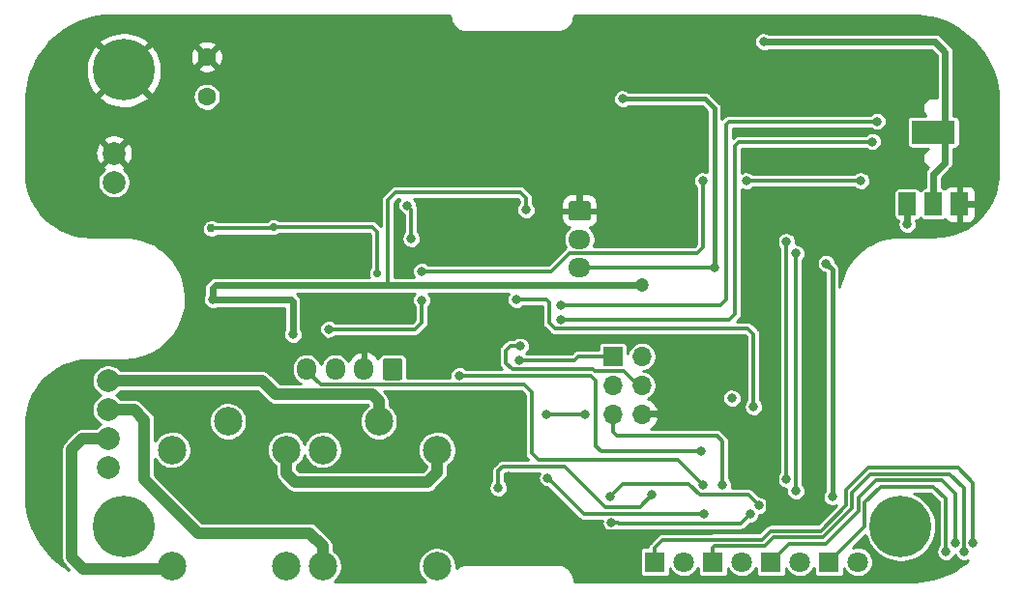
<source format=gbr>
G04 #@! TF.GenerationSoftware,KiCad,Pcbnew,(5.1.0-1275-gdad8c9821)*
G04 #@! TF.CreationDate,2019-07-24T10:58:06+03:00*
G04 #@! TF.ProjectId,UBD,5542442e-6b69-4636-9164-5f7063625858,rev?*
G04 #@! TF.SameCoordinates,Original*
G04 #@! TF.FileFunction,Copper,L2,Bot*
G04 #@! TF.FilePolarity,Positive*
%FSLAX46Y46*%
G04 Gerber Fmt 4.6, Leading zero omitted, Abs format (unit mm)*
G04 Created by KiCad (PCBNEW (5.1.0-1275-gdad8c9821)) date 2019-07-24 10:58:06*
%MOMM*%
%LPD*%
G04 APERTURE LIST*
%ADD10R,3.800000X2.000000*%
%ADD11R,1.500000X2.000000*%
%ADD12C,0.800000*%
%ADD13C,5.400000*%
%ADD14C,2.500000*%
%ADD15R,1.800000X1.800000*%
%ADD16C,1.800000*%
%ADD17C,2.000000*%
%ADD18C,0.100000*%
%ADD19C,1.700000*%
%ADD20O,1.700000X1.950000*%
%ADD21R,1.700000X1.700000*%
%ADD22O,1.700000X1.700000*%
%ADD23C,1.600000*%
%ADD24O,1.950000X1.700000*%
%ADD25C,0.750000*%
%ADD26C,0.700000*%
%ADD27C,1.200000*%
%ADD28C,0.600000*%
%ADD29C,0.350000*%
%ADD30C,1.000000*%
%ADD31C,0.400000*%
%ADD32C,0.254000*%
G04 APERTURE END LIST*
D10*
X92583000Y-24942000D03*
D11*
X92583000Y-31242000D03*
X90283000Y-31242000D03*
X94883000Y-31242000D03*
D12*
X91121210Y-58073469D03*
X89689319Y-57480360D03*
X88257428Y-58073469D03*
X87664319Y-59505360D03*
X88257428Y-60937251D03*
X89689319Y-61530360D03*
X91121210Y-60937251D03*
X91714319Y-59505360D03*
D13*
X89689319Y-59505360D03*
X21689320Y-59505360D03*
D12*
X23714320Y-59505360D03*
X23121211Y-60937251D03*
X21689320Y-61530360D03*
X20257429Y-60937251D03*
X19664320Y-59505360D03*
X20257429Y-58073469D03*
X21689320Y-57480360D03*
X23121211Y-58073469D03*
X23121211Y-18073469D03*
X21689320Y-17480360D03*
X20257429Y-18073469D03*
X19664320Y-19505360D03*
X20257429Y-20937251D03*
X21689320Y-21530360D03*
X23121211Y-20937251D03*
X23714320Y-19505360D03*
D13*
X21689320Y-19505360D03*
D14*
X44016000Y-50292000D03*
X49116000Y-52792000D03*
X39116000Y-52792000D03*
X39116000Y-62992000D03*
X49116000Y-62992000D03*
X30808000Y-50292000D03*
X35908000Y-52792000D03*
X25908000Y-52792000D03*
X25908000Y-62992000D03*
X35908000Y-62992000D03*
D15*
X83439000Y-62611000D03*
D16*
X85979000Y-62611000D03*
D15*
X68199000Y-62611000D03*
D16*
X70739000Y-62611000D03*
D15*
X73279000Y-62611000D03*
D16*
X75819000Y-62611000D03*
D15*
X78359000Y-62611000D03*
D16*
X80899000Y-62611000D03*
D17*
X20828000Y-26797000D03*
X20828000Y-29337000D03*
D18*
G36*
X45907671Y-44764030D02*
G01*
X45988777Y-44818223D01*
X46042970Y-44899329D01*
X46062000Y-44995000D01*
X46062000Y-46445000D01*
X46042970Y-46540671D01*
X45988777Y-46621777D01*
X45907671Y-46675970D01*
X45812000Y-46695000D01*
X44612000Y-46695000D01*
X44516329Y-46675970D01*
X44435223Y-46621777D01*
X44381030Y-46540671D01*
X44362000Y-46445000D01*
X44362000Y-44995000D01*
X44381030Y-44899329D01*
X44435223Y-44818223D01*
X44516329Y-44764030D01*
X44612000Y-44745000D01*
X45812000Y-44745000D01*
X45907671Y-44764030D01*
X45907671Y-44764030D01*
G37*
D19*
X45212000Y-45720000D03*
D20*
X42712000Y-45720000D03*
X40212000Y-45720000D03*
X37712000Y-45720000D03*
D17*
X20320000Y-54356000D03*
X20320000Y-51816000D03*
X20320000Y-49276000D03*
X20320000Y-46736000D03*
D21*
X64516000Y-44602400D03*
D22*
X67056000Y-44602400D03*
X64516000Y-47142400D03*
X67056000Y-47142400D03*
X64516000Y-49682400D03*
X67056000Y-49682400D03*
D23*
X28956000Y-21844000D03*
X28956000Y-18344000D03*
D24*
X61595000Y-36830000D03*
X61595000Y-34330000D03*
D18*
G36*
X62415671Y-30999030D02*
G01*
X62496777Y-31053223D01*
X62550970Y-31134329D01*
X62570000Y-31230000D01*
X62570000Y-32430000D01*
X62550970Y-32525671D01*
X62496777Y-32606777D01*
X62415671Y-32660970D01*
X62320000Y-32680000D01*
X60870000Y-32680000D01*
X60774329Y-32660970D01*
X60693223Y-32606777D01*
X60639030Y-32525671D01*
X60620000Y-32430000D01*
X60620000Y-31230000D01*
X60639030Y-31134329D01*
X60693223Y-31053223D01*
X60774329Y-30999030D01*
X60870000Y-30980000D01*
X62320000Y-30980000D01*
X62415671Y-30999030D01*
X62415671Y-30999030D01*
G37*
D19*
X61595000Y-31830000D03*
D12*
X62107000Y-49682400D03*
X54483016Y-56134000D03*
X72202863Y-52944174D03*
X64275010Y-56896000D03*
X64389000Y-59168990D03*
X87249004Y-25781000D03*
X46863000Y-34290000D03*
X46482000Y-31369000D03*
X87630000Y-24003000D03*
X86233000Y-29210000D03*
X90283000Y-33020000D03*
X97155000Y-25146000D03*
X56895992Y-31750000D03*
D25*
X29344312Y-33386291D03*
D12*
X83724000Y-56896000D03*
X93669000Y-61722000D03*
X96069000Y-60960000D03*
X95269000Y-61722000D03*
X94469000Y-60960000D03*
D26*
X34798000Y-33274000D03*
X43876000Y-37338000D03*
D12*
X77324000Y-57658000D03*
X76524000Y-58420000D03*
X80518000Y-56388000D03*
X80518000Y-35560000D03*
X79724000Y-55372000D03*
X79724000Y-34544000D03*
X76835000Y-49022000D03*
X56048000Y-39624000D03*
X51054000Y-46304000D03*
X67945000Y-56724000D03*
X83200000Y-36449000D03*
X58801000Y-55245000D03*
X72524000Y-58420000D03*
X59944000Y-40132000D03*
X59944000Y-41402000D03*
X76200000Y-29210000D03*
X72390000Y-29210000D03*
X39624000Y-42215000D03*
X47752000Y-37135000D03*
X47752000Y-39675000D03*
X65358000Y-22018000D03*
X73406000Y-36830000D03*
X72390000Y-55880000D03*
X56327000Y-44958000D03*
X56388000Y-43688000D03*
X58674000Y-49682400D03*
X74124000Y-55880000D03*
X74930000Y-48260000D03*
X77724000Y-17018000D03*
X29464000Y-39624000D03*
X36496000Y-42672000D03*
D27*
X67056000Y-38354000D03*
D12*
X55423999Y-55118000D03*
X54737000Y-40894000D03*
D27*
X29408499Y-35869501D03*
D12*
X75700000Y-55372000D03*
X28351000Y-40894000D03*
X62484000Y-59944000D03*
X71120000Y-24130000D03*
X36830000Y-24892000D03*
X47625000Y-24130000D03*
X52197000Y-24130000D03*
X40894000Y-50292000D03*
X47498000Y-50292000D03*
D28*
X92583000Y-28638002D02*
X93573600Y-27647402D01*
X92583000Y-31242000D02*
X92583000Y-28638002D01*
X93573600Y-27647402D02*
X93573600Y-25628600D01*
X93573600Y-25628600D02*
X93472000Y-25527000D01*
X93472000Y-25527000D02*
X93168000Y-25527000D01*
X93168000Y-25527000D02*
X92583000Y-24942000D01*
D29*
X55689801Y-45733001D02*
X55118000Y-45161200D01*
X67056000Y-47498000D02*
X67056000Y-47447200D01*
X62766832Y-45733001D02*
X55689801Y-45733001D01*
X67056000Y-47447200D02*
X65481200Y-45872400D01*
X62906231Y-45872400D02*
X62766832Y-45733001D01*
X65481200Y-45872400D02*
X62906231Y-45872400D01*
X55118000Y-45161200D02*
X55118000Y-44094400D01*
X55118000Y-44094400D02*
X55524400Y-43688000D01*
X55524400Y-43688000D02*
X56388000Y-43688000D01*
X61112400Y-44958000D02*
X61468000Y-44602400D01*
X61468000Y-44602400D02*
X64516000Y-44602400D01*
X56327000Y-44958000D02*
X60147200Y-44958000D01*
X60147200Y-44958000D02*
X61112400Y-44958000D01*
X58928000Y-39878000D02*
X58674000Y-39624000D01*
X58928000Y-41656000D02*
X58928000Y-39878000D01*
X59449001Y-42177001D02*
X58928000Y-41656000D01*
X76835000Y-49022000D02*
X76835000Y-42672000D01*
X76340001Y-42177001D02*
X59449001Y-42177001D01*
X76835000Y-42672000D02*
X76340001Y-42177001D01*
X58674000Y-39624000D02*
X56048000Y-39624000D01*
D28*
X55360999Y-42787999D02*
X54737000Y-42164000D01*
X57617990Y-43012990D02*
X57392999Y-42787999D01*
X57392999Y-42787999D02*
X55360999Y-42787999D01*
X68311390Y-43012990D02*
X57617990Y-43012990D01*
X69562002Y-50038000D02*
X69562002Y-44263602D01*
X69562002Y-44263602D02*
X68311390Y-43012990D01*
X54737000Y-42164000D02*
X54737000Y-40894000D01*
X75692000Y-52639392D02*
X73090608Y-50038000D01*
X75692000Y-55372000D02*
X75692000Y-52639392D01*
X73090608Y-50038000D02*
X68783200Y-50038000D01*
X68783200Y-50038000D02*
X68376800Y-49631600D01*
X68376800Y-49631600D02*
X67106800Y-49631600D01*
X67106800Y-49631600D02*
X67056000Y-49682400D01*
D29*
X58674000Y-49682400D02*
X62107000Y-49682400D01*
X72390000Y-55880000D02*
X70188989Y-53678989D01*
X57404000Y-53086000D02*
X57404000Y-47752000D01*
X64675009Y-56496001D02*
X64275010Y-56896000D01*
X57996989Y-53678989D02*
X57404000Y-53086000D01*
X63485174Y-52944174D02*
X71637178Y-52944174D01*
X37712000Y-45845000D02*
X37712000Y-45720000D01*
X71637178Y-52944174D02*
X72202863Y-52944174D01*
X62992000Y-52451000D02*
X63485174Y-52944174D01*
X62992000Y-46736000D02*
X62992000Y-52451000D01*
X72117001Y-56750001D02*
X71120000Y-55753000D01*
X56713019Y-47079001D02*
X50681999Y-47079001D01*
X65418010Y-55753000D02*
X64675009Y-56496001D01*
X66870999Y-57798001D02*
X63894001Y-57798001D01*
X63894001Y-57798001D02*
X60325000Y-54229000D01*
X60325000Y-54229000D02*
X54864000Y-54229000D01*
X54864000Y-54229000D02*
X54483016Y-54609984D01*
X51054000Y-46304000D02*
X62560000Y-46304000D01*
X77324000Y-57658000D02*
X76416001Y-56750001D01*
X56722010Y-47070010D02*
X56713019Y-47079001D01*
X54483016Y-55568315D02*
X54483016Y-56134000D01*
X62560000Y-46304000D02*
X62992000Y-46736000D01*
X38937010Y-47070010D02*
X37712000Y-45845000D01*
X71120000Y-55753000D02*
X65418010Y-55753000D01*
X54483016Y-54609984D02*
X54483016Y-55568315D01*
X50673008Y-47070010D02*
X38937010Y-47070010D01*
X67945000Y-56724000D02*
X66870999Y-57798001D01*
X57404000Y-47752000D02*
X56722010Y-47070010D01*
X70188989Y-53678989D02*
X57996989Y-53678989D01*
X76416001Y-56750001D02*
X72117001Y-56750001D01*
X50681999Y-47079001D02*
X50673008Y-47070010D01*
X55423999Y-59614999D02*
X55753000Y-59944000D01*
X55423999Y-55118000D02*
X55423999Y-59614999D01*
X76962000Y-59944000D02*
X78099001Y-58806999D01*
X64761002Y-58393988D02*
X61949988Y-58393988D01*
X61949988Y-58393988D02*
X59200999Y-55644999D01*
X78099001Y-58806999D02*
X78099001Y-55874001D01*
X64954685Y-59168990D02*
X64389000Y-59168990D01*
X72524000Y-58420000D02*
X64787014Y-58420000D01*
X55753000Y-59944000D02*
X76962000Y-59944000D01*
X64787014Y-58420000D02*
X64761002Y-58393988D01*
X59200999Y-55644999D02*
X58801000Y-55245000D01*
X65004685Y-59218990D02*
X64954685Y-59168990D01*
X75725010Y-59218990D02*
X65004685Y-59218990D01*
X76524000Y-58420000D02*
X75725010Y-59218990D01*
X78099001Y-55874001D02*
X77597000Y-55372000D01*
X77597000Y-55372000D02*
X75700000Y-55372000D01*
X75565000Y-25781000D02*
X86683319Y-25781000D01*
X59944000Y-41402000D02*
X74676000Y-41402000D01*
X86683319Y-25781000D02*
X87249004Y-25781000D01*
X74676000Y-41402000D02*
X75184000Y-40894000D01*
X75184000Y-26162000D02*
X75565000Y-25781000D01*
X75184000Y-40894000D02*
X75184000Y-26162000D01*
D28*
X93599000Y-23926000D02*
X93599000Y-17907000D01*
X92583000Y-24942000D02*
X93599000Y-23926000D01*
X93599000Y-17907000D02*
X92710000Y-17018000D01*
X92710000Y-17018000D02*
X77724000Y-17018000D01*
D29*
X82921748Y-60444009D02*
X85471000Y-57894757D01*
X84920989Y-57666935D02*
X82693926Y-59893998D01*
X95269000Y-56153000D02*
X95269000Y-61156315D01*
X82693926Y-59893998D02*
X78341047Y-59893998D01*
X94022011Y-54906011D02*
X95269000Y-56153000D01*
X94742000Y-54356000D02*
X86852167Y-54356000D01*
X78341047Y-59893998D02*
X77579047Y-60656000D01*
X78568869Y-60444009D02*
X82921748Y-60444009D01*
X84920989Y-56287178D02*
X84920989Y-57666935D01*
X73279000Y-61361000D02*
X73433989Y-61206011D01*
X73433989Y-61206011D02*
X77806869Y-61206011D01*
X73206167Y-60656000D02*
X73156167Y-60706000D01*
X77806869Y-61206011D02*
X78568869Y-60444009D01*
X96069000Y-60960000D02*
X96069000Y-55683000D01*
X77579047Y-60656000D02*
X73206167Y-60656000D01*
X85471000Y-57894757D02*
X85471000Y-56515000D01*
X85471000Y-56515000D02*
X87079989Y-54906011D01*
X73279000Y-62611000D02*
X73279000Y-61361000D01*
X79975980Y-60994020D02*
X78359000Y-62611000D01*
X87545978Y-55456022D02*
X86021011Y-56980989D01*
X96069000Y-55683000D02*
X94742000Y-54356000D01*
X86852167Y-54356000D02*
X84920989Y-56287178D01*
X93302022Y-55456022D02*
X87545978Y-55456022D01*
X83149570Y-60994020D02*
X79975980Y-60994020D01*
X73156167Y-60706000D02*
X68854000Y-60706000D01*
X95269000Y-61156315D02*
X95269000Y-61722000D01*
X87079989Y-54906011D02*
X94022011Y-54906011D01*
X94469000Y-56623000D02*
X93302022Y-55456022D01*
X86021011Y-58122579D02*
X83149570Y-60994020D01*
X94469000Y-60960000D02*
X94469000Y-56623000D01*
X86021011Y-56980989D02*
X86021011Y-58122579D01*
X68854000Y-60706000D02*
X68199000Y-61361000D01*
X68199000Y-61361000D02*
X68199000Y-62611000D01*
X93669000Y-57093000D02*
X93669000Y-61156315D01*
X92583000Y-56007000D02*
X93669000Y-57093000D01*
X86571022Y-57383478D02*
X87947500Y-56007000D01*
X83439000Y-62611000D02*
X86571022Y-59478978D01*
X86571022Y-59478978D02*
X86571022Y-57383478D01*
X87947500Y-56007000D02*
X92583000Y-56007000D01*
X93669000Y-61156315D02*
X93669000Y-61722000D01*
D30*
X49116000Y-54770000D02*
X48260000Y-55626000D01*
X49116000Y-52792000D02*
X49116000Y-54770000D01*
X48260000Y-55626000D02*
X36703000Y-55626000D01*
X36703000Y-55626000D02*
X35941000Y-54864000D01*
X35941000Y-54864000D02*
X35941000Y-52825000D01*
X35941000Y-52825000D02*
X35908000Y-52792000D01*
D28*
X24041999Y-23258001D02*
X24511000Y-22789000D01*
X24041999Y-33857501D02*
X24041999Y-23258001D01*
X25139498Y-34955000D02*
X24041999Y-33857501D01*
X27783000Y-34955000D02*
X25139498Y-34955000D01*
X28351000Y-40894000D02*
X28351000Y-35523000D01*
X28351000Y-35523000D02*
X27783000Y-34955000D01*
X24511000Y-22789000D02*
X28956000Y-18344000D01*
D30*
X23495000Y-50165000D02*
X22606000Y-49276000D01*
X23495000Y-55372000D02*
X23495000Y-50165000D01*
X28194000Y-60071000D02*
X23495000Y-55372000D01*
X37962766Y-60071000D02*
X28194000Y-60071000D01*
X39116000Y-61224234D02*
X37962766Y-60071000D01*
X39116000Y-62992000D02*
X39116000Y-61224234D01*
X22606000Y-49276000D02*
X20320000Y-49276000D01*
X25654000Y-63246000D02*
X18161000Y-63246000D01*
X25908000Y-62992000D02*
X25654000Y-63246000D01*
X18161000Y-63246000D02*
X17145000Y-62230000D01*
X17145000Y-62230000D02*
X17145000Y-52705000D01*
X17145000Y-52705000D02*
X18034000Y-51816000D01*
X18034000Y-51816000D02*
X20320000Y-51816000D01*
D29*
X46863000Y-31750000D02*
X46863000Y-34290000D01*
X46863000Y-31750000D02*
X46482000Y-31369000D01*
X87064315Y-24003000D02*
X87630000Y-24003000D01*
X59944000Y-40132000D02*
X73914000Y-40132000D01*
X73914000Y-40132000D02*
X74422000Y-39624000D01*
X74422000Y-39624000D02*
X74422000Y-24257000D01*
X74676000Y-24003000D02*
X87064315Y-24003000D01*
X74422000Y-24257000D02*
X74676000Y-24003000D01*
X76200000Y-29210000D02*
X86233000Y-29210000D01*
D28*
X90283000Y-31242000D02*
X90283000Y-33020000D01*
X96520000Y-31242000D02*
X97155000Y-30607000D01*
X94883000Y-31242000D02*
X96520000Y-31242000D01*
X97155000Y-30607000D02*
X97155000Y-25711685D01*
X97155000Y-25711685D02*
X97155000Y-25146000D01*
D29*
X44831000Y-30861000D02*
X45466000Y-30226000D01*
X44831000Y-38354000D02*
X44831000Y-30861000D01*
X45466000Y-30226000D02*
X56388000Y-30226000D01*
X56388000Y-30226000D02*
X56896000Y-30734000D01*
X56896000Y-30734000D02*
X56896000Y-31749992D01*
X56896000Y-31749992D02*
X56895992Y-31750000D01*
X59131000Y-37135000D02*
X60706000Y-35560000D01*
X47752000Y-37135000D02*
X59131000Y-37135000D01*
X60706000Y-35560000D02*
X71882000Y-35560000D01*
X71882000Y-35560000D02*
X72390000Y-35052000D01*
X72390000Y-35052000D02*
X72390000Y-29210000D01*
X62310000Y-36830000D02*
X71120000Y-36830000D01*
X61595000Y-36115000D02*
X62310000Y-36830000D01*
X71120000Y-36830000D02*
X73406000Y-36830000D01*
X34798000Y-33274000D02*
X34685709Y-33386291D01*
X34685709Y-33386291D02*
X29344312Y-33386291D01*
D31*
X83200000Y-36449000D02*
X83724000Y-36973000D01*
X83724000Y-36973000D02*
X83724000Y-56330315D01*
X83724000Y-56330315D02*
X83724000Y-56896000D01*
D29*
X43434000Y-33274000D02*
X43876000Y-33716000D01*
X43876000Y-33716000D02*
X43876000Y-37338000D01*
X34798000Y-33274000D02*
X40640000Y-33274000D01*
X40640000Y-33274000D02*
X43434000Y-33274000D01*
X80518000Y-56388000D02*
X80518000Y-35560000D01*
X79724000Y-55372000D02*
X79724000Y-35206998D01*
X79724000Y-35206998D02*
X79724000Y-34544000D01*
X47752000Y-41656000D02*
X47752000Y-39675000D01*
X47193000Y-42215000D02*
X47752000Y-41656000D01*
X39624000Y-42215000D02*
X47193000Y-42215000D01*
D31*
X73406000Y-22860000D02*
X72564000Y-22018000D01*
X72564000Y-22018000D02*
X65358000Y-22018000D01*
X73406000Y-36830000D02*
X73406000Y-22860000D01*
X67484000Y-22018000D02*
X65358000Y-22018000D01*
D30*
X34991020Y-47945020D02*
X33782000Y-46736000D01*
X33782000Y-46736000D02*
X20320000Y-46736000D01*
X44016000Y-48524234D02*
X43436786Y-47945020D01*
X44016000Y-50292000D02*
X44016000Y-48524234D01*
X43436786Y-47945020D02*
X34991020Y-47945020D01*
D29*
X74124000Y-52026000D02*
X74124000Y-55880000D01*
X74124000Y-52026000D02*
X73660000Y-51562000D01*
X73660000Y-51562000D02*
X64837919Y-51562000D01*
X64837919Y-51562000D02*
X64516000Y-51240081D01*
X64516000Y-51240081D02*
X64516000Y-50038000D01*
D28*
X44831000Y-38354000D02*
X67056000Y-38354000D01*
X29718000Y-38354000D02*
X44831000Y-38354000D01*
X29464000Y-38608000D02*
X29718000Y-38354000D01*
X29464000Y-39624000D02*
X29464000Y-38608000D01*
X36496000Y-39798000D02*
X36322000Y-39624000D01*
X36322000Y-39624000D02*
X29464000Y-39624000D01*
X36496000Y-42672000D02*
X36496000Y-39798000D01*
X29408499Y-35869501D02*
X28351000Y-35869501D01*
X61595000Y-31115000D02*
X61595000Y-25400000D01*
X61087000Y-24892000D02*
X70358000Y-24892000D01*
X61087000Y-24892000D02*
X36830000Y-24892000D01*
X70358000Y-24892000D02*
X71120000Y-24130000D01*
X61595000Y-25400000D02*
X61595000Y-24892000D01*
D32*
G36*
X27540913Y-52390918D02*
G01*
X27455782Y-52135006D01*
X27330831Y-51895996D01*
X27169273Y-51680037D01*
X26975268Y-51492688D01*
X26753802Y-51338765D01*
X26510577Y-51222232D01*
X26251850Y-51146084D01*
X25984275Y-51112282D01*
X25714739Y-51121695D01*
X25450175Y-51174080D01*
X25197389Y-51268089D01*
X24962886Y-51401306D01*
X24752697Y-51570302D01*
X24572232Y-51770728D01*
X24426133Y-51997430D01*
X24421000Y-52009179D01*
X24421000Y-50274392D01*
X29126643Y-50274392D01*
X29145456Y-50543436D01*
X29207043Y-50806011D01*
X29309817Y-51055362D01*
X29451138Y-51285074D01*
X29627366Y-51489235D01*
X29833968Y-51662596D01*
X30065631Y-51800694D01*
X30316392Y-51899978D01*
X30579802Y-51957893D01*
X30849081Y-51972947D01*
X31117305Y-51944756D01*
X31377571Y-51874043D01*
X31623183Y-51762628D01*
X31847822Y-51613378D01*
X32045710Y-51430133D01*
X32211754Y-51217606D01*
X32341684Y-50981265D01*
X32432155Y-50727190D01*
X32480961Y-50461268D01*
X32484139Y-50157805D01*
X32440913Y-49890918D01*
X32355782Y-49635006D01*
X32230831Y-49395996D01*
X32069273Y-49180037D01*
X31875268Y-48992688D01*
X31653802Y-48838765D01*
X31410577Y-48722232D01*
X31151850Y-48646084D01*
X30884275Y-48612282D01*
X30614739Y-48621695D01*
X30350175Y-48674080D01*
X30097389Y-48768089D01*
X29862886Y-48901306D01*
X29652697Y-49070302D01*
X29472232Y-49270728D01*
X29326133Y-49497430D01*
X29218159Y-49744574D01*
X29151086Y-50005801D01*
X29126643Y-50274392D01*
X24421000Y-50274392D01*
X24421000Y-50185564D01*
X24425549Y-50077036D01*
X24406554Y-49996051D01*
X24395266Y-49913642D01*
X24377708Y-49873068D01*
X24366535Y-49825429D01*
X24338236Y-49781852D01*
X24294507Y-49680801D01*
X24134844Y-49483635D01*
X24094588Y-49455026D01*
X23275335Y-48635774D01*
X23201798Y-48555803D01*
X23131097Y-48511966D01*
X23064846Y-48461678D01*
X23023746Y-48445406D01*
X22982156Y-48419619D01*
X22931328Y-48408815D01*
X22828956Y-48368283D01*
X22576641Y-48341764D01*
X22527951Y-48350000D01*
X21404504Y-48350000D01*
X21332186Y-48263814D01*
X21141044Y-48103427D01*
X20972294Y-48006000D01*
X21141044Y-47908573D01*
X21332186Y-47748186D01*
X21404504Y-47662000D01*
X33398440Y-47662000D01*
X34321694Y-48585256D01*
X34395222Y-48665217D01*
X34465923Y-48709054D01*
X34532173Y-48759340D01*
X34573271Y-48775612D01*
X34614864Y-48801401D01*
X34665690Y-48812205D01*
X34768062Y-48852737D01*
X35020379Y-48879255D01*
X35069069Y-48871020D01*
X43053227Y-48871020D01*
X43078939Y-48896732D01*
X43070886Y-48901306D01*
X42860697Y-49070302D01*
X42680232Y-49270728D01*
X42534133Y-49497430D01*
X42426159Y-49744574D01*
X42359086Y-50005801D01*
X42334643Y-50274392D01*
X42353456Y-50543436D01*
X42415043Y-50806011D01*
X42517817Y-51055362D01*
X42659138Y-51285074D01*
X42835366Y-51489235D01*
X43041968Y-51662596D01*
X43273631Y-51800694D01*
X43524392Y-51899978D01*
X43787802Y-51957893D01*
X44057081Y-51972947D01*
X44325305Y-51944756D01*
X44585571Y-51874043D01*
X44831183Y-51762628D01*
X45055822Y-51613378D01*
X45253710Y-51430133D01*
X45419754Y-51217606D01*
X45549684Y-50981265D01*
X45640155Y-50727190D01*
X45688961Y-50461268D01*
X45692139Y-50157805D01*
X45648913Y-49890918D01*
X45563782Y-49635006D01*
X45438831Y-49395996D01*
X45277273Y-49180037D01*
X45083267Y-48992688D01*
X44942000Y-48894505D01*
X44942000Y-48544797D01*
X44946549Y-48436269D01*
X44927554Y-48355283D01*
X44916266Y-48272876D01*
X44898709Y-48232302D01*
X44887534Y-48184661D01*
X44859235Y-48141084D01*
X44815507Y-48040035D01*
X44655844Y-47842869D01*
X44615588Y-47814260D01*
X44472338Y-47671010D01*
X50569325Y-47671010D01*
X50628811Y-47686949D01*
X50708232Y-47680001D01*
X56482060Y-47680001D01*
X56803001Y-48000942D01*
X56803000Y-53059781D01*
X56796052Y-53139188D01*
X56816686Y-53216197D01*
X56830533Y-53294725D01*
X56843959Y-53317978D01*
X56850907Y-53343910D01*
X56896635Y-53409215D01*
X56936505Y-53478274D01*
X56997582Y-53529524D01*
X57096058Y-53628000D01*
X54890218Y-53628000D01*
X54810811Y-53621052D01*
X54733798Y-53641687D01*
X54655275Y-53655533D01*
X54632024Y-53668957D01*
X54606089Y-53675906D01*
X54540773Y-53721641D01*
X54471726Y-53761505D01*
X54420480Y-53822577D01*
X54076596Y-54166462D01*
X54015521Y-54217710D01*
X53975651Y-54286769D01*
X53929923Y-54352074D01*
X53922975Y-54378006D01*
X53909549Y-54401259D01*
X53895702Y-54479787D01*
X53875068Y-54556796D01*
X53882016Y-54636217D01*
X53882017Y-55514282D01*
X53882016Y-55514287D01*
X53882016Y-55567307D01*
X53796260Y-55658469D01*
X53686795Y-55881424D01*
X53647726Y-56126710D01*
X53682508Y-56372642D01*
X53788067Y-56597474D01*
X53955068Y-56781328D01*
X54168748Y-56907950D01*
X54410213Y-56966143D01*
X54658115Y-56950764D01*
X54890536Y-56863171D01*
X55086927Y-56711109D01*
X55229923Y-56508022D01*
X55307038Y-56271386D01*
X55309311Y-56011016D01*
X55236337Y-55773069D01*
X55096906Y-55567518D01*
X55084016Y-55557173D01*
X55084016Y-54858926D01*
X55112943Y-54830000D01*
X58084526Y-54830000D01*
X58004779Y-54992424D01*
X57965710Y-55237710D01*
X58000492Y-55483642D01*
X58106051Y-55708474D01*
X58273052Y-55892328D01*
X58486732Y-56018950D01*
X58728196Y-56077143D01*
X58779988Y-56073930D01*
X58814232Y-56108175D01*
X58814238Y-56108179D01*
X61506460Y-58800401D01*
X61557713Y-58861482D01*
X61626764Y-58901349D01*
X61692077Y-58947082D01*
X61718011Y-58954031D01*
X61741262Y-58967455D01*
X61819779Y-58981300D01*
X61896799Y-59001937D01*
X61976229Y-58994988D01*
X63580264Y-58994988D01*
X63553710Y-59161700D01*
X63588492Y-59407632D01*
X63694051Y-59632464D01*
X63861052Y-59816318D01*
X64074732Y-59942940D01*
X64316197Y-60001133D01*
X64564099Y-59985754D01*
X64796520Y-59898161D01*
X64904699Y-59814400D01*
X64951496Y-59826939D01*
X65030914Y-59819990D01*
X75698791Y-59819990D01*
X75778198Y-59826938D01*
X75855200Y-59806305D01*
X75933734Y-59792457D01*
X75956992Y-59779029D01*
X75982920Y-59772082D01*
X76048220Y-59726360D01*
X76117285Y-59686484D01*
X76168539Y-59625402D01*
X76547791Y-59246150D01*
X76699098Y-59236764D01*
X76931520Y-59149171D01*
X77127911Y-58997109D01*
X77270907Y-58794022D01*
X77348022Y-58557386D01*
X77348662Y-58484097D01*
X77499099Y-58474764D01*
X77731520Y-58387171D01*
X77927911Y-58235109D01*
X78070907Y-58032022D01*
X78148022Y-57795386D01*
X78150295Y-57535016D01*
X78077321Y-57297069D01*
X77937890Y-57091519D01*
X77744184Y-56936053D01*
X77513327Y-56844417D01*
X77347132Y-56831191D01*
X76859529Y-56343588D01*
X76808276Y-56282507D01*
X76739211Y-56242631D01*
X76673911Y-56196909D01*
X76647983Y-56189962D01*
X76624725Y-56176534D01*
X76546191Y-56162686D01*
X76469190Y-56142053D01*
X76389768Y-56149001D01*
X74905131Y-56149001D01*
X74948022Y-56017386D01*
X74950295Y-55757016D01*
X74877321Y-55519069D01*
X74772615Y-55364710D01*
X78888710Y-55364710D01*
X78923492Y-55610642D01*
X79029051Y-55835474D01*
X79196052Y-56019328D01*
X79409732Y-56145950D01*
X79651197Y-56204143D01*
X79711429Y-56200406D01*
X79682710Y-56380710D01*
X79717492Y-56626642D01*
X79823051Y-56851474D01*
X79990052Y-57035328D01*
X80203732Y-57161950D01*
X80445197Y-57220143D01*
X80693099Y-57204764D01*
X80925520Y-57117171D01*
X81121911Y-56965109D01*
X81264907Y-56762022D01*
X81342022Y-56525386D01*
X81344295Y-56265016D01*
X81271321Y-56027069D01*
X81131890Y-55821518D01*
X81119000Y-55811173D01*
X81119000Y-36139364D01*
X81121911Y-36137110D01*
X81264907Y-35934022D01*
X81342022Y-35697386D01*
X81344295Y-35437016D01*
X81271321Y-35199069D01*
X81131890Y-34993519D01*
X80938184Y-34838053D01*
X80707327Y-34746417D01*
X80531393Y-34732415D01*
X80548022Y-34681386D01*
X80550295Y-34421016D01*
X80477321Y-34183069D01*
X80337890Y-33977519D01*
X80144184Y-33822053D01*
X79913327Y-33730417D01*
X79665731Y-33710712D01*
X79423287Y-33764684D01*
X79207430Y-33887556D01*
X79037245Y-34068469D01*
X78927779Y-34291424D01*
X78888710Y-34536710D01*
X78923492Y-34782642D01*
X79029051Y-35007474D01*
X79123000Y-35110905D01*
X79123000Y-35258978D01*
X79123001Y-35258984D01*
X79123000Y-54805307D01*
X79037244Y-54896469D01*
X78927779Y-55119424D01*
X78888710Y-55364710D01*
X74772615Y-55364710D01*
X74737890Y-55313518D01*
X74725000Y-55303173D01*
X74725000Y-52052218D01*
X74731948Y-51972811D01*
X74711314Y-51895802D01*
X74697467Y-51817274D01*
X74684041Y-51794021D01*
X74677093Y-51768089D01*
X74631364Y-51702781D01*
X74591495Y-51633725D01*
X74530424Y-51582481D01*
X74103522Y-51155580D01*
X74052275Y-51094506D01*
X73983210Y-51054630D01*
X73917910Y-51008908D01*
X73891982Y-51001961D01*
X73868724Y-50988533D01*
X73790190Y-50974685D01*
X73713189Y-50954052D01*
X73633767Y-50961000D01*
X67814140Y-50961000D01*
X67989240Y-50843116D01*
X68171466Y-50669281D01*
X68321797Y-50467228D01*
X68435936Y-50242734D01*
X68510618Y-50002219D01*
X68536043Y-49810400D01*
X66928000Y-49810400D01*
X66928000Y-49554400D01*
X68545487Y-49554400D01*
X68482544Y-49254417D01*
X68390039Y-49020178D01*
X68259390Y-48804874D01*
X68094331Y-48614661D01*
X67899584Y-48454978D01*
X67680716Y-48330391D01*
X67595150Y-48299332D01*
X67689689Y-48252710D01*
X74094710Y-48252710D01*
X74129492Y-48498642D01*
X74235051Y-48723474D01*
X74402052Y-48907328D01*
X74615732Y-49033950D01*
X74857197Y-49092143D01*
X75105099Y-49076764D01*
X75337520Y-48989171D01*
X75533911Y-48837109D01*
X75676907Y-48634022D01*
X75754022Y-48397386D01*
X75756295Y-48137016D01*
X75683321Y-47899069D01*
X75543890Y-47693519D01*
X75350184Y-47538053D01*
X75119327Y-47446417D01*
X74871731Y-47426712D01*
X74629287Y-47480684D01*
X74413430Y-47603556D01*
X74243245Y-47784469D01*
X74133779Y-48007424D01*
X74094710Y-48252710D01*
X67689689Y-48252710D01*
X67725559Y-48235021D01*
X67913462Y-48094708D01*
X68072648Y-47922501D01*
X68197787Y-47724169D01*
X68284686Y-47506354D01*
X68330437Y-47276349D01*
X68333507Y-47041859D01*
X68293792Y-46810734D01*
X68212624Y-46590719D01*
X68092721Y-46389179D01*
X67938097Y-46212864D01*
X67753931Y-46067680D01*
X67546392Y-45958489D01*
X67321636Y-45888699D01*
X67173148Y-45873093D01*
X67289528Y-45862399D01*
X67515233Y-45798743D01*
X67725559Y-45695021D01*
X67913462Y-45554708D01*
X68072648Y-45382501D01*
X68197787Y-45184169D01*
X68284686Y-44966354D01*
X68330437Y-44736349D01*
X68333507Y-44501859D01*
X68293792Y-44270734D01*
X68212624Y-44050719D01*
X68092721Y-43849179D01*
X67938097Y-43672864D01*
X67753931Y-43527680D01*
X67546392Y-43418489D01*
X67321636Y-43348699D01*
X67109471Y-43326400D01*
X66996613Y-43326400D01*
X66822472Y-43342401D01*
X66596767Y-43406057D01*
X66386441Y-43509779D01*
X66198538Y-43650092D01*
X66039352Y-43822299D01*
X65914213Y-44020631D01*
X65827314Y-44238446D01*
X65797877Y-44386435D01*
X65797877Y-43739990D01*
X65767282Y-43586183D01*
X65673129Y-43445271D01*
X65532217Y-43351118D01*
X65378410Y-43320523D01*
X63653590Y-43320523D01*
X63499783Y-43351118D01*
X63358871Y-43445271D01*
X63264718Y-43586183D01*
X63234123Y-43739990D01*
X63234123Y-44001400D01*
X61494218Y-44001400D01*
X61414812Y-43994452D01*
X61337805Y-44015085D01*
X61259275Y-44028933D01*
X61236019Y-44042360D01*
X61210087Y-44049308D01*
X61144779Y-44095038D01*
X61075725Y-44134905D01*
X61024470Y-44195989D01*
X60863459Y-44357000D01*
X56897881Y-44357000D01*
X56885778Y-44347286D01*
X56991911Y-44265109D01*
X57134907Y-44062022D01*
X57212022Y-43825386D01*
X57214295Y-43565016D01*
X57141321Y-43327069D01*
X57001890Y-43121519D01*
X56808184Y-42966053D01*
X56577327Y-42874417D01*
X56329731Y-42854712D01*
X56087287Y-42908684D01*
X55871430Y-43031556D01*
X55819273Y-43087000D01*
X55550618Y-43087000D01*
X55471212Y-43080052D01*
X55394205Y-43100685D01*
X55315675Y-43114533D01*
X55292419Y-43127960D01*
X55266487Y-43134908D01*
X55201179Y-43180638D01*
X55132125Y-43220505D01*
X55080870Y-43281589D01*
X54711581Y-43650878D01*
X54650507Y-43702125D01*
X54610642Y-43771173D01*
X54564908Y-43836490D01*
X54557960Y-43862422D01*
X54544534Y-43885675D01*
X54530688Y-43964199D01*
X54510052Y-44041211D01*
X54517001Y-44120644D01*
X54517000Y-45134981D01*
X54510052Y-45214388D01*
X54530686Y-45291397D01*
X54544533Y-45369925D01*
X54557959Y-45393178D01*
X54564907Y-45419110D01*
X54610635Y-45484415D01*
X54650505Y-45553474D01*
X54711582Y-45604724D01*
X54809858Y-45703000D01*
X51624881Y-45703000D01*
X51474184Y-45582053D01*
X51243327Y-45490417D01*
X50995731Y-45470712D01*
X50753287Y-45524684D01*
X50537430Y-45647556D01*
X50367245Y-45828469D01*
X50257779Y-46051424D01*
X50218710Y-46296710D01*
X50243078Y-46469010D01*
X46489307Y-46469010D01*
X46492148Y-46451984D01*
X46492148Y-44990634D01*
X46471847Y-44827771D01*
X46382293Y-44623608D01*
X46229492Y-44457621D01*
X46031075Y-44350244D01*
X45818984Y-44314852D01*
X44607634Y-44314852D01*
X44444771Y-44335153D01*
X44240608Y-44424707D01*
X44074621Y-44577508D01*
X43967244Y-44775925D01*
X43963735Y-44796955D01*
X43872717Y-44661760D01*
X43698881Y-44479534D01*
X43496828Y-44329203D01*
X43272334Y-44215064D01*
X43031819Y-44140382D01*
X42840000Y-44114957D01*
X42840000Y-45848000D01*
X42584000Y-45848000D01*
X42584000Y-44105513D01*
X42284017Y-44168456D01*
X42049779Y-44260961D01*
X41834475Y-44391610D01*
X41644262Y-44556668D01*
X41484578Y-44751416D01*
X41359991Y-44970284D01*
X41345891Y-45009129D01*
X41304621Y-44925442D01*
X41164308Y-44737538D01*
X40992101Y-44578352D01*
X40793769Y-44453213D01*
X40575954Y-44366314D01*
X40345949Y-44320563D01*
X40111460Y-44317493D01*
X39880335Y-44357208D01*
X39660320Y-44438376D01*
X39458780Y-44558279D01*
X39282465Y-44712903D01*
X39137280Y-44897068D01*
X39028089Y-45104608D01*
X38960733Y-45321526D01*
X38908343Y-45135768D01*
X38804621Y-44925442D01*
X38664308Y-44737538D01*
X38492101Y-44578352D01*
X38293769Y-44453213D01*
X38075954Y-44366314D01*
X37845949Y-44320563D01*
X37611460Y-44317493D01*
X37380335Y-44357208D01*
X37160320Y-44438376D01*
X36958780Y-44558279D01*
X36782465Y-44712903D01*
X36637280Y-44897068D01*
X36528089Y-45104608D01*
X36458299Y-45329364D01*
X36436000Y-45541529D01*
X36436000Y-45904386D01*
X36452001Y-46078527D01*
X36515657Y-46304232D01*
X36619379Y-46514558D01*
X36759692Y-46702462D01*
X36931899Y-46861648D01*
X37130231Y-46986787D01*
X37211024Y-47019020D01*
X35374582Y-47019020D01*
X34451336Y-46095775D01*
X34377798Y-46015803D01*
X34307097Y-45971966D01*
X34240846Y-45921678D01*
X34199746Y-45905406D01*
X34158156Y-45879619D01*
X34107328Y-45868815D01*
X34004956Y-45828283D01*
X33752641Y-45801764D01*
X33703951Y-45810000D01*
X21404504Y-45810000D01*
X21332186Y-45723814D01*
X21141044Y-45563427D01*
X20924955Y-45438669D01*
X20690486Y-45353329D01*
X20444759Y-45310001D01*
X20195241Y-45310001D01*
X19949514Y-45353329D01*
X19715045Y-45438669D01*
X19498956Y-45563427D01*
X19307814Y-45723814D01*
X19147427Y-45914956D01*
X19022669Y-46131045D01*
X18937329Y-46365514D01*
X18894001Y-46611241D01*
X18894001Y-46860759D01*
X18937329Y-47106486D01*
X19022669Y-47340955D01*
X19147427Y-47557044D01*
X19307814Y-47748186D01*
X19498956Y-47908573D01*
X19667706Y-48006000D01*
X19498956Y-48103427D01*
X19307814Y-48263814D01*
X19147427Y-48454956D01*
X19022669Y-48671045D01*
X18937329Y-48905514D01*
X18894001Y-49151241D01*
X18894001Y-49400759D01*
X18937329Y-49646486D01*
X19022669Y-49880955D01*
X19147427Y-50097044D01*
X19307814Y-50288186D01*
X19498956Y-50448573D01*
X19667706Y-50546000D01*
X19498956Y-50643427D01*
X19307814Y-50803814D01*
X19235496Y-50890000D01*
X18054564Y-50890000D01*
X17946036Y-50885451D01*
X17865051Y-50904446D01*
X17782642Y-50915734D01*
X17742068Y-50933292D01*
X17694429Y-50944465D01*
X17650852Y-50972764D01*
X17549801Y-51016493D01*
X17352635Y-51176156D01*
X17324026Y-51216412D01*
X16504763Y-52035676D01*
X16424804Y-52109201D01*
X16380973Y-52179894D01*
X16330679Y-52246154D01*
X16314405Y-52287258D01*
X16288620Y-52328845D01*
X16277817Y-52379667D01*
X16237283Y-52482044D01*
X16210764Y-52734359D01*
X16219001Y-52783055D01*
X16219000Y-62209436D01*
X16214451Y-62317963D01*
X16233446Y-62398948D01*
X16244734Y-62481357D01*
X16262292Y-62521931D01*
X16273465Y-62569571D01*
X16301765Y-62613148D01*
X16345493Y-62714198D01*
X16505156Y-62911365D01*
X16545416Y-62939976D01*
X16888427Y-63282988D01*
X16678611Y-63161850D01*
X16240640Y-62866434D01*
X15824358Y-62541200D01*
X15431779Y-62187720D01*
X15064797Y-61807701D01*
X14725225Y-61403013D01*
X14414718Y-60975637D01*
X14134771Y-60527628D01*
X13886761Y-60061187D01*
X13671885Y-59578572D01*
X13491214Y-59082178D01*
X13345601Y-58574367D01*
X13235762Y-58057619D01*
X13162242Y-57534489D01*
X13125129Y-57003746D01*
X13120249Y-56724203D01*
X13115320Y-56700087D01*
X13115320Y-50561988D01*
X13119922Y-50528821D01*
X13138801Y-50058782D01*
X13192495Y-49615075D01*
X13281602Y-49177096D01*
X13405546Y-48747684D01*
X13563532Y-48329584D01*
X13754531Y-47925525D01*
X13977328Y-47538066D01*
X14230479Y-47169729D01*
X14512362Y-46822873D01*
X14821151Y-46499743D01*
X15154849Y-46202429D01*
X15511329Y-45932827D01*
X15888270Y-45692688D01*
X16283274Y-45483545D01*
X16693758Y-45306761D01*
X17117121Y-45163462D01*
X17550599Y-45054579D01*
X17991391Y-44980816D01*
X18440487Y-44942315D01*
X18710732Y-44936182D01*
X18733713Y-44931360D01*
X21627036Y-44931360D01*
X21688801Y-44936601D01*
X21837482Y-44934655D01*
X21840313Y-44934089D01*
X21844511Y-44934203D01*
X22306066Y-44901523D01*
X22312827Y-44899761D01*
X22326491Y-44898914D01*
X22783305Y-44825335D01*
X22789885Y-44822980D01*
X22803426Y-44820919D01*
X23251896Y-44707022D01*
X23258234Y-44704093D01*
X23271536Y-44700838D01*
X23708109Y-44547525D01*
X23714158Y-44544046D01*
X23727121Y-44539621D01*
X24148337Y-44348105D01*
X24154057Y-44344100D01*
X24166569Y-44338542D01*
X24569091Y-44110343D01*
X24574437Y-44105842D01*
X24586407Y-44099192D01*
X24967051Y-43836114D01*
X24971970Y-43831160D01*
X24983301Y-43823474D01*
X25339051Y-43527599D01*
X25343514Y-43522223D01*
X25354118Y-43513560D01*
X25682155Y-43187236D01*
X25686122Y-43181486D01*
X25695914Y-43171913D01*
X25993649Y-42817715D01*
X25997086Y-42811639D01*
X26005987Y-42801236D01*
X26271056Y-42421975D01*
X26273942Y-42415612D01*
X26281883Y-42404459D01*
X26512188Y-42003136D01*
X26514495Y-41996548D01*
X26521415Y-41984730D01*
X26715132Y-41564523D01*
X26716844Y-41557756D01*
X26722687Y-41545368D01*
X26878284Y-41109604D01*
X26879389Y-41102707D01*
X26884105Y-41089854D01*
X27000348Y-40641986D01*
X27000835Y-40635019D01*
X27004391Y-40621793D01*
X27080363Y-40165363D01*
X27080229Y-40158381D01*
X27082595Y-40144896D01*
X27117690Y-39683521D01*
X27116936Y-39676579D01*
X27118094Y-39662931D01*
X27112037Y-39200262D01*
X27110669Y-39193416D01*
X27110609Y-39179721D01*
X27063448Y-38719420D01*
X27061475Y-38712717D01*
X27060199Y-38699089D01*
X26972306Y-38244804D01*
X26969746Y-38238305D01*
X26967262Y-38224839D01*
X26839336Y-37780168D01*
X26836208Y-37773921D01*
X26832537Y-37760730D01*
X26665587Y-37329191D01*
X26661917Y-37323249D01*
X26657088Y-37310435D01*
X26452437Y-36895446D01*
X26448253Y-36889853D01*
X26442303Y-36877517D01*
X26201572Y-36482360D01*
X26196908Y-36477162D01*
X26189887Y-36465408D01*
X25914983Y-36093218D01*
X25909878Y-36088457D01*
X25901835Y-36077367D01*
X25594933Y-35731089D01*
X25589423Y-35726800D01*
X25580429Y-35716471D01*
X25243961Y-35398845D01*
X25238090Y-35395061D01*
X25228214Y-35385574D01*
X24864843Y-35099114D01*
X24858659Y-35095867D01*
X24847979Y-35087296D01*
X24460581Y-34834273D01*
X24454130Y-34831588D01*
X24442731Y-34824000D01*
X24034375Y-34606416D01*
X24027715Y-34604316D01*
X24015685Y-34597771D01*
X23589602Y-34417348D01*
X23582786Y-34415850D01*
X23570220Y-34410399D01*
X23129782Y-34268566D01*
X23122855Y-34267679D01*
X23109861Y-34263369D01*
X22658558Y-34161249D01*
X22651581Y-34160981D01*
X22638254Y-34157843D01*
X22179666Y-34096247D01*
X22172689Y-34096600D01*
X22159131Y-34094659D01*
X21696883Y-34074072D01*
X21659257Y-34079360D01*
X18745948Y-34079360D01*
X18712781Y-34074758D01*
X18242742Y-34055879D01*
X17799035Y-34002185D01*
X17361054Y-33913077D01*
X16931644Y-33789134D01*
X16513540Y-33631146D01*
X16109482Y-33440147D01*
X16003530Y-33379222D01*
X28534303Y-33379222D01*
X28568032Y-33617710D01*
X28670396Y-33835737D01*
X28832343Y-34014027D01*
X29039555Y-34136817D01*
X29273712Y-34193248D01*
X29514112Y-34178334D01*
X29739498Y-34093393D01*
X29876531Y-33987291D01*
X34479451Y-33987291D01*
X34502755Y-34001100D01*
X34729604Y-34055771D01*
X34962500Y-34041322D01*
X35180851Y-33959031D01*
X35289379Y-33875000D01*
X43185059Y-33875000D01*
X43275000Y-33964941D01*
X43275001Y-36844285D01*
X43230817Y-36891254D01*
X43127977Y-37100713D01*
X43091273Y-37331152D01*
X43123949Y-37562196D01*
X43154844Y-37628000D01*
X29660351Y-37628000D01*
X29660345Y-37628001D01*
X29603012Y-37628001D01*
X29548003Y-37645874D01*
X29490857Y-37654926D01*
X29439307Y-37681192D01*
X29384294Y-37699067D01*
X29337498Y-37733066D01*
X29285949Y-37759332D01*
X29122985Y-37922296D01*
X29122983Y-37922300D01*
X28869333Y-38175949D01*
X28843073Y-38227488D01*
X28809067Y-38274294D01*
X28791192Y-38329310D01*
X28764927Y-38380857D01*
X28755877Y-38437998D01*
X28738001Y-38493014D01*
X28738001Y-38560779D01*
X28738000Y-39228401D01*
X28667779Y-39371424D01*
X28628710Y-39616710D01*
X28663492Y-39862642D01*
X28769051Y-40087474D01*
X28936052Y-40271328D01*
X29149732Y-40397950D01*
X29391197Y-40456143D01*
X29639099Y-40440764D01*
X29871520Y-40353171D01*
X29875615Y-40350000D01*
X35770001Y-40350000D01*
X35770000Y-42276401D01*
X35699779Y-42419424D01*
X35660710Y-42664710D01*
X35695492Y-42910642D01*
X35801051Y-43135474D01*
X35968052Y-43319328D01*
X36181732Y-43445950D01*
X36423197Y-43504143D01*
X36671099Y-43488764D01*
X36903520Y-43401171D01*
X37099911Y-43249109D01*
X37242907Y-43046022D01*
X37320022Y-42809386D01*
X37322295Y-42549016D01*
X37249321Y-42311069D01*
X37222000Y-42270792D01*
X37222000Y-39740351D01*
X37221999Y-39740345D01*
X37221999Y-39683012D01*
X37204126Y-39628003D01*
X37195074Y-39570857D01*
X37168808Y-39519307D01*
X37150933Y-39464294D01*
X37116934Y-39417498D01*
X37090668Y-39365949D01*
X36927704Y-39202985D01*
X36927700Y-39202983D01*
X36917017Y-39192300D01*
X36917015Y-39192296D01*
X36804719Y-39080000D01*
X47177630Y-39080000D01*
X47065245Y-39199469D01*
X46955779Y-39422424D01*
X46916710Y-39667710D01*
X46951492Y-39913642D01*
X47057051Y-40138474D01*
X47151001Y-40241905D01*
X47151000Y-41407059D01*
X46944059Y-41614000D01*
X40194881Y-41614000D01*
X40044184Y-41493053D01*
X39813327Y-41401417D01*
X39565731Y-41381712D01*
X39323287Y-41435684D01*
X39107430Y-41558556D01*
X38937245Y-41739469D01*
X38827779Y-41962424D01*
X38788710Y-42207710D01*
X38823492Y-42453642D01*
X38929051Y-42678474D01*
X39096052Y-42862328D01*
X39309732Y-42988950D01*
X39551197Y-43047143D01*
X39799099Y-43031764D01*
X40031520Y-42944171D01*
X40197056Y-42816000D01*
X47166781Y-42816000D01*
X47246188Y-42822948D01*
X47323190Y-42802315D01*
X47401724Y-42788467D01*
X47424982Y-42775039D01*
X47450910Y-42768092D01*
X47516210Y-42722370D01*
X47585275Y-42682494D01*
X47636529Y-42621412D01*
X48158419Y-42099522D01*
X48219494Y-42048275D01*
X48259362Y-41979222D01*
X48305092Y-41913913D01*
X48312040Y-41887981D01*
X48325467Y-41864725D01*
X48339315Y-41786195D01*
X48359948Y-41709188D01*
X48353000Y-41629782D01*
X48353000Y-40254364D01*
X48355911Y-40252110D01*
X48498907Y-40049022D01*
X48576022Y-39812386D01*
X48578295Y-39552016D01*
X48505321Y-39314069D01*
X48365890Y-39108519D01*
X48330356Y-39080000D01*
X55425654Y-39080000D01*
X55361245Y-39148469D01*
X55251779Y-39371424D01*
X55212710Y-39616710D01*
X55247492Y-39862642D01*
X55353051Y-40087474D01*
X55520052Y-40271328D01*
X55733732Y-40397950D01*
X55975197Y-40456143D01*
X56223099Y-40440764D01*
X56455520Y-40353171D01*
X56621056Y-40225000D01*
X58327001Y-40225000D01*
X58327000Y-41629781D01*
X58320052Y-41709188D01*
X58340686Y-41786197D01*
X58354533Y-41864725D01*
X58367959Y-41887978D01*
X58374907Y-41913910D01*
X58420635Y-41979215D01*
X58460505Y-42048274D01*
X58521582Y-42099524D01*
X59005482Y-42583425D01*
X59056726Y-42644496D01*
X59125775Y-42684360D01*
X59191090Y-42730095D01*
X59217024Y-42737044D01*
X59240275Y-42750468D01*
X59318792Y-42764313D01*
X59395812Y-42784950D01*
X59475230Y-42778001D01*
X76091060Y-42778001D01*
X76234001Y-42920942D01*
X76234000Y-48455307D01*
X76148244Y-48546469D01*
X76038779Y-48769424D01*
X75999710Y-49014710D01*
X76034492Y-49260642D01*
X76140051Y-49485474D01*
X76307052Y-49669328D01*
X76520732Y-49795950D01*
X76762197Y-49854143D01*
X77010099Y-49838764D01*
X77242520Y-49751171D01*
X77438911Y-49599109D01*
X77581907Y-49396022D01*
X77659022Y-49159386D01*
X77661295Y-48899016D01*
X77588321Y-48661069D01*
X77448890Y-48455518D01*
X77436000Y-48445173D01*
X77436000Y-42698218D01*
X77442948Y-42618812D01*
X77422315Y-42541805D01*
X77408467Y-42463275D01*
X77395040Y-42440019D01*
X77388092Y-42414087D01*
X77342362Y-42348779D01*
X77302495Y-42279725D01*
X77241411Y-42228470D01*
X76783529Y-41770588D01*
X76732276Y-41709507D01*
X76663211Y-41669631D01*
X76597911Y-41623909D01*
X76571983Y-41616962D01*
X76548725Y-41603534D01*
X76470191Y-41589686D01*
X76393190Y-41569053D01*
X76313768Y-41576001D01*
X75351940Y-41576001D01*
X75590419Y-41337522D01*
X75651494Y-41286275D01*
X75691362Y-41217222D01*
X75737092Y-41151913D01*
X75744040Y-41125981D01*
X75757467Y-41102725D01*
X75771315Y-41024195D01*
X75791948Y-40947188D01*
X75785000Y-40867782D01*
X75785000Y-34536710D01*
X75785000Y-29924258D01*
X75885732Y-29983950D01*
X76127197Y-30042143D01*
X76375099Y-30026764D01*
X76607520Y-29939171D01*
X76773056Y-29811000D01*
X85662971Y-29811000D01*
X85705053Y-29857329D01*
X85918732Y-29983950D01*
X86160197Y-30042143D01*
X86408099Y-30026764D01*
X86640520Y-29939171D01*
X86836911Y-29787109D01*
X86979907Y-29584022D01*
X87057022Y-29347386D01*
X87059295Y-29087016D01*
X86986321Y-28849069D01*
X86846890Y-28643519D01*
X86653184Y-28488053D01*
X86422327Y-28396417D01*
X86174731Y-28376712D01*
X85932287Y-28430684D01*
X85716430Y-28553556D01*
X85664273Y-28609000D01*
X76770881Y-28609000D01*
X76620184Y-28488053D01*
X76389327Y-28396417D01*
X76141731Y-28376712D01*
X75899287Y-28430684D01*
X75785000Y-28495739D01*
X75785000Y-26410941D01*
X75813941Y-26382000D01*
X86678975Y-26382000D01*
X86721057Y-26428329D01*
X86934736Y-26554950D01*
X87176201Y-26613143D01*
X87424103Y-26597764D01*
X87656524Y-26510171D01*
X87852915Y-26358109D01*
X87995911Y-26155022D01*
X88073026Y-25918386D01*
X88075299Y-25658016D01*
X88002325Y-25420069D01*
X87862894Y-25214519D01*
X87669188Y-25059053D01*
X87438331Y-24967417D01*
X87190735Y-24947712D01*
X86948291Y-25001684D01*
X86732434Y-25124556D01*
X86680277Y-25180000D01*
X75591218Y-25180000D01*
X75511812Y-25173052D01*
X75434805Y-25193685D01*
X75356275Y-25207533D01*
X75333019Y-25220960D01*
X75307087Y-25227908D01*
X75241779Y-25273638D01*
X75172725Y-25313505D01*
X75121470Y-25374589D01*
X75023000Y-25473059D01*
X75023000Y-24604000D01*
X87059971Y-24604000D01*
X87102053Y-24650329D01*
X87315732Y-24776950D01*
X87557197Y-24835143D01*
X87805099Y-24819764D01*
X88037520Y-24732171D01*
X88233911Y-24580109D01*
X88376907Y-24377022D01*
X88454022Y-24140386D01*
X88456295Y-23880016D01*
X88383321Y-23642069D01*
X88243890Y-23436519D01*
X88050184Y-23281053D01*
X87819327Y-23189417D01*
X87571731Y-23169712D01*
X87329287Y-23223684D01*
X87113430Y-23346556D01*
X87061273Y-23402000D01*
X74702218Y-23402000D01*
X74622811Y-23395052D01*
X74545802Y-23415686D01*
X74467274Y-23429533D01*
X74444021Y-23442959D01*
X74418089Y-23449907D01*
X74352790Y-23495632D01*
X74283726Y-23535505D01*
X74232471Y-23596588D01*
X74032000Y-23797058D01*
X74032000Y-22887318D01*
X74039238Y-22804600D01*
X74017744Y-22724380D01*
X74003322Y-22642592D01*
X73989338Y-22618372D01*
X73982101Y-22591360D01*
X73934468Y-22523333D01*
X73892941Y-22451407D01*
X73829311Y-22398015D01*
X73025984Y-21594688D01*
X72972593Y-21531058D01*
X72900660Y-21489528D01*
X72832640Y-21441900D01*
X72805628Y-21434662D01*
X72781407Y-21420678D01*
X72699620Y-21406256D01*
X72619401Y-21384762D01*
X72536667Y-21392000D01*
X65897731Y-21392000D01*
X65778184Y-21296053D01*
X65547327Y-21204417D01*
X65299731Y-21184712D01*
X65057287Y-21238684D01*
X64841430Y-21361556D01*
X64671245Y-21542469D01*
X64561779Y-21765424D01*
X64522710Y-22010710D01*
X64557492Y-22256642D01*
X64663051Y-22481474D01*
X64830052Y-22665328D01*
X65043732Y-22791950D01*
X65285197Y-22850143D01*
X65533099Y-22834764D01*
X65765520Y-22747171D01*
X65898768Y-22644000D01*
X72304704Y-22644000D01*
X72780001Y-23119297D01*
X72780001Y-28476071D01*
X72579327Y-28396417D01*
X72331731Y-28376712D01*
X72089287Y-28430684D01*
X71873430Y-28553556D01*
X71703245Y-28734469D01*
X71593779Y-28957424D01*
X71554710Y-29202710D01*
X71589492Y-29448642D01*
X71695051Y-29673474D01*
X71789001Y-29776906D01*
X71789000Y-34803059D01*
X71633059Y-34959000D01*
X62831986Y-34959000D01*
X62861787Y-34911769D01*
X62948686Y-34693954D01*
X62994437Y-34463949D01*
X62997507Y-34229459D01*
X62957792Y-33998334D01*
X62876624Y-33778319D01*
X62756721Y-33576779D01*
X62602097Y-33400464D01*
X62462696Y-33290570D01*
X62684549Y-33242309D01*
X62902279Y-33102382D01*
X63068745Y-32910270D01*
X63174343Y-32679041D01*
X63209224Y-32436441D01*
X63209224Y-31958000D01*
X59980776Y-31958000D01*
X59980776Y-32440975D01*
X60057691Y-32794549D01*
X60197618Y-33012279D01*
X60389730Y-33178745D01*
X60620959Y-33284343D01*
X60718724Y-33298400D01*
X60612538Y-33377692D01*
X60453352Y-33549899D01*
X60328213Y-33748231D01*
X60241314Y-33966046D01*
X60195563Y-34196051D01*
X60192493Y-34430541D01*
X60232208Y-34661666D01*
X60313376Y-34881681D01*
X60405584Y-35036669D01*
X60382779Y-35052638D01*
X60313725Y-35092505D01*
X60262470Y-35153589D01*
X58882059Y-36534000D01*
X48322881Y-36534000D01*
X48172184Y-36413053D01*
X47941327Y-36321417D01*
X47693731Y-36301712D01*
X47451287Y-36355684D01*
X47235430Y-36478556D01*
X47065245Y-36659469D01*
X46955779Y-36882424D01*
X46916710Y-37127710D01*
X46951492Y-37373642D01*
X47057051Y-37598474D01*
X47083870Y-37628000D01*
X45432000Y-37628000D01*
X45432000Y-31109942D01*
X45714943Y-30827000D01*
X45857772Y-30827000D01*
X45795245Y-30893469D01*
X45685779Y-31116424D01*
X45646710Y-31361710D01*
X45681492Y-31607642D01*
X45787051Y-31832474D01*
X45954052Y-32016328D01*
X46167732Y-32142950D01*
X46262000Y-32165669D01*
X46262001Y-33723307D01*
X46176245Y-33814469D01*
X46066779Y-34037424D01*
X46027710Y-34282710D01*
X46062492Y-34528642D01*
X46168051Y-34753474D01*
X46335052Y-34937328D01*
X46548732Y-35063950D01*
X46790197Y-35122143D01*
X47038099Y-35106764D01*
X47270520Y-35019171D01*
X47466911Y-34867109D01*
X47609907Y-34664022D01*
X47687022Y-34427386D01*
X47689295Y-34167016D01*
X47616321Y-33929069D01*
X47476890Y-33723518D01*
X47464000Y-33713173D01*
X47464000Y-31776218D01*
X47470948Y-31696812D01*
X47450315Y-31619805D01*
X47436467Y-31541275D01*
X47423040Y-31518019D01*
X47416092Y-31492087D01*
X47370362Y-31426779D01*
X47330495Y-31357725D01*
X47307488Y-31338420D01*
X47308295Y-31246016D01*
X47235321Y-31008069D01*
X47112496Y-30827000D01*
X56139059Y-30827000D01*
X56295000Y-30982941D01*
X56295000Y-31183299D01*
X56209236Y-31274469D01*
X56099771Y-31497424D01*
X56060702Y-31742710D01*
X56095484Y-31988642D01*
X56201043Y-32213474D01*
X56368044Y-32397328D01*
X56581724Y-32523950D01*
X56823189Y-32582143D01*
X57071091Y-32566764D01*
X57303512Y-32479171D01*
X57499903Y-32327109D01*
X57642899Y-32124022D01*
X57720014Y-31887386D01*
X57722287Y-31627016D01*
X57649313Y-31389069D01*
X57537043Y-31223559D01*
X59980776Y-31223559D01*
X59980776Y-31702000D01*
X61467000Y-31702000D01*
X61467000Y-30340776D01*
X61723000Y-30340776D01*
X61723000Y-31702000D01*
X63209224Y-31702000D01*
X63209224Y-31219025D01*
X63132309Y-30865451D01*
X62992382Y-30647721D01*
X62800270Y-30481255D01*
X62569041Y-30375657D01*
X62326441Y-30340776D01*
X61723000Y-30340776D01*
X61467000Y-30340776D01*
X60859025Y-30340776D01*
X60505451Y-30417691D01*
X60287721Y-30557618D01*
X60121255Y-30749730D01*
X60015657Y-30980959D01*
X59980776Y-31223559D01*
X57537043Y-31223559D01*
X57509882Y-31183519D01*
X57497000Y-31173180D01*
X57497000Y-30760218D01*
X57503948Y-30680812D01*
X57483315Y-30603805D01*
X57469467Y-30525275D01*
X57456040Y-30502019D01*
X57449092Y-30476087D01*
X57403362Y-30410779D01*
X57363495Y-30341725D01*
X57302412Y-30290471D01*
X56831528Y-29819587D01*
X56780275Y-29758506D01*
X56711210Y-29718630D01*
X56645910Y-29672908D01*
X56619982Y-29665961D01*
X56596724Y-29652533D01*
X56518190Y-29638685D01*
X56441189Y-29618052D01*
X56361767Y-29625000D01*
X45492226Y-29625000D01*
X45412812Y-29618051D01*
X45335791Y-29638688D01*
X45257274Y-29652533D01*
X45234023Y-29665957D01*
X45208089Y-29672906D01*
X45142773Y-29718641D01*
X45073726Y-29758505D01*
X45022480Y-29819577D01*
X44424575Y-30417483D01*
X44363507Y-30468725D01*
X44323642Y-30537773D01*
X44277908Y-30603090D01*
X44270960Y-30629022D01*
X44257534Y-30652275D01*
X44243688Y-30730799D01*
X44223052Y-30807811D01*
X44230001Y-30887244D01*
X44230001Y-33220060D01*
X43877528Y-32867587D01*
X43826275Y-32806506D01*
X43757210Y-32766630D01*
X43691910Y-32720908D01*
X43665982Y-32713961D01*
X43642724Y-32700533D01*
X43564190Y-32686685D01*
X43487189Y-32666052D01*
X43407767Y-32673000D01*
X35288994Y-32673000D01*
X35192749Y-32595755D01*
X34975866Y-32509666D01*
X34743258Y-32491154D01*
X34515489Y-32541858D01*
X34312700Y-32657293D01*
X34192291Y-32785291D01*
X29875250Y-32785291D01*
X29751778Y-32686193D01*
X29527909Y-32597332D01*
X29287807Y-32578224D01*
X29052701Y-32630562D01*
X28843377Y-32749715D01*
X28678343Y-32925152D01*
X28572189Y-33141359D01*
X28534303Y-33379222D01*
X16003530Y-33379222D01*
X15722016Y-33217345D01*
X15353677Y-32964192D01*
X15006827Y-32682313D01*
X14683703Y-32373529D01*
X14386389Y-32039831D01*
X14116787Y-31683351D01*
X13876648Y-31306410D01*
X13667505Y-30911406D01*
X13490721Y-30500922D01*
X13347422Y-30077559D01*
X13238539Y-29644081D01*
X13166275Y-29212241D01*
X19402001Y-29212241D01*
X19402001Y-29461759D01*
X19445329Y-29707486D01*
X19530669Y-29941955D01*
X19655427Y-30158044D01*
X19815814Y-30349186D01*
X20006956Y-30509573D01*
X20223045Y-30634331D01*
X20457514Y-30719671D01*
X20703241Y-30762999D01*
X20952759Y-30762999D01*
X21198486Y-30719671D01*
X21432955Y-30634331D01*
X21649044Y-30509573D01*
X21840186Y-30349186D01*
X22000573Y-30158044D01*
X22125331Y-29941955D01*
X22210671Y-29707486D01*
X22253999Y-29461759D01*
X22253999Y-29212241D01*
X22210671Y-28966514D01*
X22125331Y-28732045D01*
X22000573Y-28515956D01*
X21840186Y-28324814D01*
X21681556Y-28191707D01*
X21897930Y-28047949D01*
X20828000Y-26978019D01*
X19749560Y-28056459D01*
X19975274Y-28191012D01*
X19815814Y-28324814D01*
X19655427Y-28515956D01*
X19530669Y-28732045D01*
X19445329Y-28966514D01*
X19402001Y-29212241D01*
X13166275Y-29212241D01*
X13164776Y-29203289D01*
X13126275Y-28754193D01*
X13120142Y-28483947D01*
X13115320Y-28460966D01*
X13115320Y-26779834D01*
X19188778Y-26779834D01*
X19207120Y-27042135D01*
X19267163Y-27298130D01*
X19367362Y-27541232D01*
X19571282Y-27872699D01*
X20646981Y-26797000D01*
X21009019Y-26797000D01*
X22071509Y-27859489D01*
X22196577Y-27699410D01*
X22323250Y-27468992D01*
X22411454Y-27221286D01*
X22459040Y-26962010D01*
X22462138Y-26666185D01*
X22419992Y-26405970D01*
X22336994Y-26156470D01*
X22215175Y-25923450D01*
X22072838Y-25733181D01*
X21009019Y-26797000D01*
X20646981Y-26797000D01*
X19574927Y-25724946D01*
X19383269Y-26022342D01*
X19278000Y-26263292D01*
X19212608Y-26517973D01*
X19188778Y-26779834D01*
X13115320Y-26779834D01*
X13115320Y-25554089D01*
X19766108Y-25554089D01*
X20828000Y-26615981D01*
X21895194Y-25548786D01*
X21652606Y-25380183D01*
X21415477Y-25266571D01*
X21163233Y-25192331D01*
X20902364Y-25159375D01*
X20639582Y-25168552D01*
X20381648Y-25219625D01*
X20135197Y-25311278D01*
X19906570Y-25441157D01*
X19766108Y-25554089D01*
X13115320Y-25554089D01*
X13115320Y-22323936D01*
X13120039Y-22288566D01*
X13131675Y-21955350D01*
X19420349Y-21955350D01*
X19707746Y-22193102D01*
X20019695Y-22397236D01*
X20352454Y-22565325D01*
X20701877Y-22695274D01*
X21063607Y-22785463D01*
X21433136Y-22834769D01*
X21805858Y-22842577D01*
X22177128Y-22808788D01*
X22542317Y-22733826D01*
X22896875Y-22618623D01*
X23236382Y-22464616D01*
X23556605Y-22273724D01*
X23853548Y-22048333D01*
X23954840Y-21951899D01*
X23842642Y-21839701D01*
X27724433Y-21839701D01*
X27745839Y-22072662D01*
X27810910Y-22297373D01*
X27917300Y-22505725D01*
X28061169Y-22690200D01*
X28237325Y-22844142D01*
X28439413Y-22961996D01*
X28660141Y-23039511D01*
X28891545Y-23073888D01*
X29125274Y-23063887D01*
X29352895Y-23009869D01*
X29566194Y-22913785D01*
X29757477Y-22779100D01*
X29919840Y-22610674D01*
X30047427Y-22414584D01*
X30135631Y-22197906D01*
X30181303Y-21968296D01*
X30182141Y-21728262D01*
X30138073Y-21498337D01*
X30051383Y-21281049D01*
X29925170Y-21084074D01*
X29763986Y-20914519D01*
X29573649Y-20778501D01*
X29361024Y-20680929D01*
X29133785Y-20625325D01*
X28900132Y-20613693D01*
X28668494Y-20646453D01*
X28447230Y-20722425D01*
X28244325Y-20838866D01*
X28067098Y-20991574D01*
X27921946Y-21175040D01*
X27814103Y-21382644D01*
X27747465Y-21606895D01*
X27724433Y-21839701D01*
X23842642Y-21839701D01*
X21689320Y-19686379D01*
X19420349Y-21955350D01*
X13131675Y-21955350D01*
X13139216Y-21739410D01*
X13194436Y-21214021D01*
X13286171Y-20693764D01*
X13413967Y-20181201D01*
X13577220Y-19678765D01*
X13590783Y-19645194D01*
X18352998Y-19645194D01*
X18389378Y-20016218D01*
X18466888Y-20380875D01*
X18584563Y-20734620D01*
X18740937Y-21073043D01*
X18934059Y-21391926D01*
X19233240Y-21780421D01*
X21508301Y-19505360D01*
X21870339Y-19505360D01*
X24138441Y-21773462D01*
X24363163Y-21505650D01*
X24569469Y-21195134D01*
X24739877Y-20863556D01*
X24872263Y-20515049D01*
X24964975Y-20153957D01*
X25016982Y-19783907D01*
X25021504Y-19460018D01*
X28021001Y-19460018D01*
X28347651Y-19648609D01*
X28583436Y-19734429D01*
X28830541Y-19778000D01*
X29081459Y-19778000D01*
X29328564Y-19734429D01*
X29564349Y-19648609D01*
X29890999Y-19460018D01*
X28956000Y-18525019D01*
X28021001Y-19460018D01*
X25021504Y-19460018D01*
X25023462Y-19319835D01*
X24981809Y-18948477D01*
X24899214Y-18584937D01*
X24776611Y-18232870D01*
X24769746Y-18218541D01*
X27522000Y-18218541D01*
X27522000Y-18469459D01*
X27565571Y-18716564D01*
X27651391Y-18952349D01*
X27839982Y-19278999D01*
X28774981Y-18344000D01*
X29137019Y-18344000D01*
X30072018Y-19278999D01*
X30260609Y-18952349D01*
X30346429Y-18716564D01*
X30390000Y-18469459D01*
X30390000Y-18218541D01*
X30346429Y-17971436D01*
X30260609Y-17735651D01*
X30072018Y-17409001D01*
X29137019Y-18344000D01*
X28774981Y-18344000D01*
X27839982Y-17409001D01*
X27651391Y-17735651D01*
X27565571Y-17971436D01*
X27522000Y-18218541D01*
X24769746Y-18218541D01*
X24615528Y-17896663D01*
X24417972Y-17580508D01*
X24142611Y-17233088D01*
X21870339Y-19505360D01*
X21508301Y-19505360D01*
X19238347Y-17235406D01*
X18987810Y-17542598D01*
X18785859Y-17855964D01*
X18620097Y-18189889D01*
X18492590Y-18540210D01*
X18404928Y-18902561D01*
X18358204Y-19272426D01*
X18352998Y-19645194D01*
X13590783Y-19645194D01*
X13775117Y-19188952D01*
X14006694Y-18714148D01*
X14270830Y-18256650D01*
X14566246Y-17818680D01*
X14891480Y-17402398D01*
X15208120Y-17050733D01*
X19415712Y-17050733D01*
X21689320Y-19324341D01*
X23785679Y-17227982D01*
X28021001Y-17227982D01*
X28956000Y-18162981D01*
X29890999Y-17227982D01*
X29564349Y-17039391D01*
X29485550Y-17010710D01*
X76888710Y-17010710D01*
X76923492Y-17256642D01*
X77029051Y-17481474D01*
X77196052Y-17665328D01*
X77409732Y-17791950D01*
X77651197Y-17850143D01*
X77899099Y-17834764D01*
X78131520Y-17747171D01*
X78135615Y-17744000D01*
X92409282Y-17744000D01*
X92873001Y-18207720D01*
X92873000Y-21952436D01*
X92839591Y-21936141D01*
X92637335Y-21888703D01*
X92429595Y-21887252D01*
X92226696Y-21931863D01*
X92038723Y-22020316D01*
X91875018Y-22148217D01*
X91743716Y-22309208D01*
X91651345Y-22495288D01*
X91602496Y-22697208D01*
X91599595Y-22904933D01*
X91642788Y-23108138D01*
X91729927Y-23296725D01*
X91856682Y-23461319D01*
X91915676Y-23510123D01*
X90670590Y-23510123D01*
X90516783Y-23540718D01*
X90375871Y-23634871D01*
X90281718Y-23775783D01*
X90251123Y-23929590D01*
X90251123Y-25954410D01*
X90281718Y-26108217D01*
X90375871Y-26249129D01*
X90516783Y-26343282D01*
X90670590Y-26373877D01*
X92137411Y-26373877D01*
X92038723Y-26420316D01*
X91875018Y-26548217D01*
X91743716Y-26709208D01*
X91651345Y-26895288D01*
X91602496Y-27097208D01*
X91599595Y-27304933D01*
X91642788Y-27508138D01*
X91729927Y-27696725D01*
X91856682Y-27861319D01*
X92016752Y-27993740D01*
X92138862Y-28055423D01*
X91988333Y-28205951D01*
X91962073Y-28257490D01*
X91928067Y-28304296D01*
X91910192Y-28359312D01*
X91883927Y-28410859D01*
X91874877Y-28468000D01*
X91857001Y-28523016D01*
X91857001Y-29810123D01*
X91820590Y-29810123D01*
X91666783Y-29840718D01*
X91525871Y-29934871D01*
X91433000Y-30073864D01*
X91340129Y-29934871D01*
X91199217Y-29840718D01*
X91045410Y-29810123D01*
X89520590Y-29810123D01*
X89366783Y-29840718D01*
X89225871Y-29934871D01*
X89131718Y-30075783D01*
X89101123Y-30229590D01*
X89101123Y-32254410D01*
X89131718Y-32408217D01*
X89225871Y-32549129D01*
X89366783Y-32643282D01*
X89520590Y-32673877D01*
X89532708Y-32673877D01*
X89486779Y-32767424D01*
X89447710Y-33012710D01*
X89482492Y-33258642D01*
X89588051Y-33483474D01*
X89755052Y-33667328D01*
X89968732Y-33793950D01*
X90210197Y-33852143D01*
X90458099Y-33836764D01*
X90690520Y-33749171D01*
X90886911Y-33597109D01*
X91029907Y-33394022D01*
X91107022Y-33157386D01*
X91109295Y-32897016D01*
X91040862Y-32673877D01*
X91045410Y-32673877D01*
X91199217Y-32643282D01*
X91340129Y-32549129D01*
X91433000Y-32410136D01*
X91525871Y-32549129D01*
X91666783Y-32643282D01*
X91820590Y-32673877D01*
X93345410Y-32673877D01*
X93499217Y-32643282D01*
X93590761Y-32582115D01*
X93719185Y-32735165D01*
X93912814Y-32846956D01*
X94121976Y-32883837D01*
X94755000Y-32883837D01*
X94755000Y-31370000D01*
X95011000Y-31370000D01*
X95011000Y-32883837D01*
X95649588Y-32883837D01*
X95950512Y-32803205D01*
X96126165Y-32655815D01*
X96237956Y-32462186D01*
X96274837Y-32253024D01*
X96274837Y-31370000D01*
X95011000Y-31370000D01*
X94755000Y-31370000D01*
X94755000Y-29600163D01*
X95011000Y-29600163D01*
X95011000Y-31114000D01*
X96274837Y-31114000D01*
X96274837Y-30225412D01*
X96194205Y-29924489D01*
X96046815Y-29748835D01*
X95853186Y-29637044D01*
X95644024Y-29600163D01*
X95011000Y-29600163D01*
X94755000Y-29600163D01*
X94116412Y-29600163D01*
X93815489Y-29680795D01*
X93639835Y-29828185D01*
X93595468Y-29905030D01*
X93499217Y-29840718D01*
X93345410Y-29810123D01*
X93309000Y-29810123D01*
X93309000Y-28938720D01*
X94120349Y-28127372D01*
X94168268Y-28079453D01*
X94194532Y-28027907D01*
X94228533Y-27981108D01*
X94246409Y-27926091D01*
X94272674Y-27874544D01*
X94281725Y-27817399D01*
X94299599Y-27762389D01*
X94299599Y-27705057D01*
X94299600Y-27705051D01*
X94299600Y-26373877D01*
X94495410Y-26373877D01*
X94649217Y-26343282D01*
X94790129Y-26249129D01*
X94884282Y-26108217D01*
X94914877Y-25954410D01*
X94914877Y-23929590D01*
X94884282Y-23775783D01*
X94790129Y-23634871D01*
X94649217Y-23540718D01*
X94495410Y-23510123D01*
X94325000Y-23510123D01*
X94325000Y-17792012D01*
X94307124Y-17736995D01*
X94298074Y-17679858D01*
X94271810Y-17628312D01*
X94253933Y-17573294D01*
X94219932Y-17526495D01*
X94193668Y-17474949D01*
X94045162Y-17326444D01*
X93305017Y-16586300D01*
X93305015Y-16586296D01*
X93142051Y-16423332D01*
X93090502Y-16397066D01*
X93043706Y-16363067D01*
X92988689Y-16345191D01*
X92937142Y-16318926D01*
X92879996Y-16309875D01*
X92824986Y-16292001D01*
X92767655Y-16292001D01*
X92767649Y-16292000D01*
X78133975Y-16292000D01*
X77913327Y-16204417D01*
X77665731Y-16184712D01*
X77423287Y-16238684D01*
X77207430Y-16361556D01*
X77037245Y-16542469D01*
X76927779Y-16765424D01*
X76888710Y-17010710D01*
X29485550Y-17010710D01*
X29328564Y-16953571D01*
X29081459Y-16910000D01*
X28830541Y-16910000D01*
X28583436Y-16953571D01*
X28347651Y-17039391D01*
X28021001Y-17227982D01*
X23785679Y-17227982D01*
X23960374Y-17053287D01*
X23633175Y-16790212D01*
X23318405Y-16590454D01*
X22983332Y-16427028D01*
X22632128Y-16301970D01*
X22269175Y-16216840D01*
X21898993Y-16172698D01*
X21526198Y-16170096D01*
X21155436Y-16209065D01*
X20791329Y-16289119D01*
X20438415Y-16409260D01*
X20101092Y-16567993D01*
X19783564Y-16763337D01*
X19415712Y-17050733D01*
X15208120Y-17050733D01*
X15244966Y-17009812D01*
X15624973Y-16642843D01*
X16029659Y-16303271D01*
X16457041Y-15992759D01*
X16905055Y-15712808D01*
X17371481Y-15464806D01*
X17854108Y-15249925D01*
X18350502Y-15069254D01*
X18858313Y-14923641D01*
X19375061Y-14813802D01*
X19898191Y-14740282D01*
X20428934Y-14703169D01*
X20708477Y-14698289D01*
X20732593Y-14693360D01*
X50263321Y-14693360D01*
X50263321Y-14696871D01*
X50260671Y-14705353D01*
X50258922Y-14788939D01*
X50272059Y-14959663D01*
X50274546Y-14968980D01*
X50282265Y-15017714D01*
X50332488Y-15210524D01*
X50333003Y-15217151D01*
X50336950Y-15227651D01*
X50337702Y-15230539D01*
X50339369Y-15234086D01*
X50362423Y-15295420D01*
X50450381Y-15474175D01*
X50452217Y-15480565D01*
X50458204Y-15490073D01*
X50459525Y-15492757D01*
X50461873Y-15495899D01*
X50496781Y-15551333D01*
X50618896Y-15708762D01*
X50621977Y-15714649D01*
X50629745Y-15722749D01*
X50631573Y-15725106D01*
X50634503Y-15727711D01*
X50679858Y-15775006D01*
X50831163Y-15904689D01*
X50835371Y-15909836D01*
X50844576Y-15916186D01*
X50846808Y-15918099D01*
X50850177Y-15920050D01*
X50904169Y-15957296D01*
X51078436Y-16053894D01*
X51083590Y-16058090D01*
X51093907Y-16062469D01*
X51096519Y-16063917D01*
X51100240Y-16065157D01*
X51160553Y-16090758D01*
X51350701Y-16150346D01*
X51356601Y-16153422D01*
X51367578Y-16155635D01*
X51370379Y-16156513D01*
X51374237Y-16156978D01*
X51438536Y-16169942D01*
X51657318Y-16192166D01*
X51707449Y-16188000D01*
X59624195Y-16188000D01*
X59632673Y-16190649D01*
X59716259Y-16192398D01*
X59886983Y-16179261D01*
X59896300Y-16176774D01*
X59945034Y-16169055D01*
X60137844Y-16118832D01*
X60144471Y-16118317D01*
X60154971Y-16114370D01*
X60157859Y-16113618D01*
X60161406Y-16111951D01*
X60222740Y-16088897D01*
X60401495Y-16000939D01*
X60407885Y-15999103D01*
X60417393Y-15993116D01*
X60420077Y-15991795D01*
X60423219Y-15989447D01*
X60478653Y-15954539D01*
X60636082Y-15832424D01*
X60641969Y-15829343D01*
X60650069Y-15821575D01*
X60652426Y-15819747D01*
X60655031Y-15816817D01*
X60702326Y-15771462D01*
X60832009Y-15620157D01*
X60837156Y-15615949D01*
X60843506Y-15606744D01*
X60845419Y-15604512D01*
X60847370Y-15601143D01*
X60884616Y-15547151D01*
X60981214Y-15372884D01*
X60985410Y-15367730D01*
X60989789Y-15357413D01*
X60991237Y-15354801D01*
X60992477Y-15351080D01*
X61018078Y-15290767D01*
X61077666Y-15100619D01*
X61080742Y-15094719D01*
X61082955Y-15083742D01*
X61083833Y-15080941D01*
X61084298Y-15077083D01*
X61097262Y-15012784D01*
X61119486Y-14794002D01*
X61115320Y-14743871D01*
X61115320Y-14693360D01*
X90632744Y-14693360D01*
X90668114Y-14698079D01*
X91217270Y-14717256D01*
X91742659Y-14772476D01*
X92262916Y-14864211D01*
X92775479Y-14992007D01*
X93277915Y-15155260D01*
X93767728Y-15353157D01*
X94242532Y-15584734D01*
X94700030Y-15848870D01*
X95138000Y-16144286D01*
X95554282Y-16469520D01*
X95946868Y-16823006D01*
X96313837Y-17203013D01*
X96653409Y-17607699D01*
X96963921Y-18035081D01*
X97243872Y-18483095D01*
X97491874Y-18949521D01*
X97706755Y-19432148D01*
X97887426Y-19928542D01*
X98033039Y-20436353D01*
X98142878Y-20953101D01*
X98216398Y-21476231D01*
X98253511Y-22006974D01*
X98258391Y-22286517D01*
X98263320Y-22310633D01*
X98263321Y-28448725D01*
X98258718Y-28481899D01*
X98239839Y-28951938D01*
X98186145Y-29395645D01*
X98097037Y-29833626D01*
X97973094Y-30263036D01*
X97815106Y-30681140D01*
X97624107Y-31085198D01*
X97401305Y-31472664D01*
X97148152Y-31841003D01*
X96866273Y-32187853D01*
X96557489Y-32510977D01*
X96223791Y-32808291D01*
X95867311Y-33077893D01*
X95490370Y-33318032D01*
X95095366Y-33527175D01*
X94684882Y-33703959D01*
X94261519Y-33847258D01*
X93828041Y-33956141D01*
X93387249Y-34029904D01*
X92938153Y-34068405D01*
X92667907Y-34074538D01*
X92644926Y-34079360D01*
X89751604Y-34079360D01*
X89689839Y-34074119D01*
X89541158Y-34076065D01*
X89538327Y-34076631D01*
X89534129Y-34076517D01*
X89072574Y-34109197D01*
X89065813Y-34110959D01*
X89052148Y-34111806D01*
X88595330Y-34185386D01*
X88588755Y-34187740D01*
X88575216Y-34189800D01*
X88126749Y-34303697D01*
X88120410Y-34306625D01*
X88107102Y-34309882D01*
X87670531Y-34463195D01*
X87664482Y-34466674D01*
X87651519Y-34471099D01*
X87230303Y-34662615D01*
X87224583Y-34666620D01*
X87212071Y-34672178D01*
X86809549Y-34900377D01*
X86804204Y-34904878D01*
X86792233Y-34911527D01*
X86411593Y-35174604D01*
X86406673Y-35179558D01*
X86395337Y-35187248D01*
X86039588Y-35483122D01*
X86035127Y-35488496D01*
X86024523Y-35497159D01*
X85696485Y-35823484D01*
X85692518Y-35829234D01*
X85682726Y-35838807D01*
X85384991Y-36193005D01*
X85381554Y-36199081D01*
X85372653Y-36209484D01*
X85107584Y-36588745D01*
X85104698Y-36595108D01*
X85096757Y-36606261D01*
X84866453Y-37007581D01*
X84864144Y-37014175D01*
X84857225Y-37025991D01*
X84663506Y-37446199D01*
X84661793Y-37452969D01*
X84655953Y-37465351D01*
X84500358Y-37901109D01*
X84499252Y-37908010D01*
X84494535Y-37920868D01*
X84378292Y-38368734D01*
X84377805Y-38375701D01*
X84374249Y-38388927D01*
X84350000Y-38534612D01*
X84350000Y-37000318D01*
X84357238Y-36917600D01*
X84335744Y-36837380D01*
X84321322Y-36755592D01*
X84307338Y-36731372D01*
X84300101Y-36704360D01*
X84252466Y-36636331D01*
X84210942Y-36564407D01*
X84147318Y-36511021D01*
X84025741Y-36389444D01*
X84026295Y-36326016D01*
X83953321Y-36088069D01*
X83813890Y-35882519D01*
X83620184Y-35727053D01*
X83389327Y-35635417D01*
X83141731Y-35615712D01*
X82899287Y-35669684D01*
X82683430Y-35792556D01*
X82513245Y-35973469D01*
X82403779Y-36196424D01*
X82364710Y-36441710D01*
X82399492Y-36687642D01*
X82505051Y-36912474D01*
X82672052Y-37096328D01*
X82885732Y-37222950D01*
X83098000Y-37274107D01*
X83098001Y-56276140D01*
X83098000Y-56276146D01*
X83098000Y-56355883D01*
X83037244Y-56420469D01*
X82927779Y-56643424D01*
X82888710Y-56888710D01*
X82923492Y-57134642D01*
X83029051Y-57359474D01*
X83196052Y-57543328D01*
X83409732Y-57669950D01*
X83651197Y-57728143D01*
X83899099Y-57712764D01*
X84101496Y-57636486D01*
X82444985Y-59292998D01*
X78367264Y-59292998D01*
X78287857Y-59286050D01*
X78210841Y-59306686D01*
X78132322Y-59320531D01*
X78109066Y-59333958D01*
X78083134Y-59340906D01*
X78017826Y-59386636D01*
X77948772Y-59426503D01*
X77897522Y-59487581D01*
X77330105Y-60055000D01*
X73232393Y-60055000D01*
X73152978Y-60048051D01*
X73075958Y-60068688D01*
X72997442Y-60082533D01*
X72974189Y-60095958D01*
X72948256Y-60102907D01*
X72945267Y-60105000D01*
X68880218Y-60105000D01*
X68800811Y-60098052D01*
X68723798Y-60118687D01*
X68645275Y-60132533D01*
X68622024Y-60145957D01*
X68596089Y-60152906D01*
X68530773Y-60198641D01*
X68461726Y-60238505D01*
X68410480Y-60299577D01*
X67792580Y-60917478D01*
X67731505Y-60968726D01*
X67691635Y-61037785D01*
X67645907Y-61103090D01*
X67638959Y-61129022D01*
X67625533Y-61152275D01*
X67611686Y-61230803D01*
X67598739Y-61279123D01*
X67286590Y-61279123D01*
X67132783Y-61309718D01*
X66991871Y-61403871D01*
X66897718Y-61544783D01*
X66867123Y-61698590D01*
X66867123Y-63523410D01*
X66897718Y-63677217D01*
X66991871Y-63818129D01*
X67132783Y-63912282D01*
X67286590Y-63942877D01*
X69111410Y-63942877D01*
X69265217Y-63912282D01*
X69406129Y-63818129D01*
X69500282Y-63677217D01*
X69530877Y-63523410D01*
X69530877Y-63170431D01*
X69650832Y-63378619D01*
X69808941Y-63564067D01*
X69998198Y-63717598D01*
X70212263Y-63834068D01*
X70443970Y-63909577D01*
X70685558Y-63941598D01*
X70928935Y-63929056D01*
X71165952Y-63872372D01*
X71388668Y-63773444D01*
X71589629Y-63635587D01*
X71762101Y-63463416D01*
X71900310Y-63262696D01*
X71947123Y-63157797D01*
X71947123Y-63523410D01*
X71977718Y-63677217D01*
X72071871Y-63818129D01*
X72212783Y-63912282D01*
X72366590Y-63942877D01*
X74191410Y-63942877D01*
X74345217Y-63912282D01*
X74486129Y-63818129D01*
X74580282Y-63677217D01*
X74610877Y-63523410D01*
X74610877Y-63170431D01*
X74730832Y-63378619D01*
X74888941Y-63564067D01*
X75078198Y-63717598D01*
X75292263Y-63834068D01*
X75523970Y-63909577D01*
X75765558Y-63941598D01*
X76008935Y-63929056D01*
X76245952Y-63872372D01*
X76468668Y-63773444D01*
X76669629Y-63635587D01*
X76842101Y-63463416D01*
X76980310Y-63262696D01*
X77027123Y-63157797D01*
X77027123Y-63523410D01*
X77057718Y-63677217D01*
X77151871Y-63818129D01*
X77292783Y-63912282D01*
X77446590Y-63942877D01*
X79271410Y-63942877D01*
X79425217Y-63912282D01*
X79566129Y-63818129D01*
X79660282Y-63677217D01*
X79690877Y-63523410D01*
X79690877Y-63170431D01*
X79810832Y-63378619D01*
X79968941Y-63564067D01*
X80158198Y-63717598D01*
X80372263Y-63834068D01*
X80603970Y-63909577D01*
X80845558Y-63941598D01*
X81088935Y-63929056D01*
X81325952Y-63872372D01*
X81548668Y-63773444D01*
X81749629Y-63635587D01*
X81922101Y-63463416D01*
X82060310Y-63262696D01*
X82107123Y-63157797D01*
X82107123Y-63523410D01*
X82137718Y-63677217D01*
X82231871Y-63818129D01*
X82372783Y-63912282D01*
X82526590Y-63942877D01*
X84351410Y-63942877D01*
X84505217Y-63912282D01*
X84646129Y-63818129D01*
X84740282Y-63677217D01*
X84770877Y-63523410D01*
X84770877Y-63170431D01*
X84890832Y-63378619D01*
X85048941Y-63564067D01*
X85238198Y-63717598D01*
X85452263Y-63834068D01*
X85683970Y-63909577D01*
X85925558Y-63941598D01*
X86168935Y-63929056D01*
X86405952Y-63872372D01*
X86628668Y-63773444D01*
X86829629Y-63635587D01*
X87002101Y-63463416D01*
X87140310Y-63262696D01*
X87239625Y-63040151D01*
X87297113Y-62801615D01*
X87305492Y-62491945D01*
X87260988Y-62250650D01*
X87173853Y-62023060D01*
X87046701Y-61815160D01*
X86883792Y-61633914D01*
X86690581Y-61485389D01*
X86473540Y-61374563D01*
X86239936Y-61305144D01*
X85997593Y-61279459D01*
X85754628Y-61298367D01*
X85545818Y-61354123D01*
X86650363Y-60249579D01*
X86660520Y-60299951D01*
X86771921Y-60642806D01*
X86921990Y-60970585D01*
X87108739Y-61278944D01*
X87329691Y-61563795D01*
X87581920Y-61821362D01*
X87862081Y-62048231D01*
X88166460Y-62241397D01*
X88491025Y-62398298D01*
X88831473Y-62516854D01*
X89183290Y-62595494D01*
X89541815Y-62633177D01*
X89902295Y-62629402D01*
X90259952Y-62584220D01*
X90610046Y-62498228D01*
X90947936Y-62372568D01*
X91269143Y-62208905D01*
X91569411Y-62009408D01*
X91844759Y-61776720D01*
X92091538Y-61513927D01*
X92306477Y-61224512D01*
X92486727Y-60912309D01*
X92629898Y-60581459D01*
X92734094Y-60236346D01*
X92798285Y-59879587D01*
X92815648Y-59327084D01*
X92773985Y-58967000D01*
X92691665Y-58616025D01*
X92569550Y-58276837D01*
X92409259Y-57953933D01*
X92212917Y-57651593D01*
X91983126Y-57373824D01*
X91722931Y-57124306D01*
X91435782Y-56906348D01*
X91125485Y-56722839D01*
X90867554Y-56608000D01*
X92334058Y-56608000D01*
X93068000Y-57341943D01*
X93068001Y-61104329D01*
X93068000Y-61104335D01*
X93068000Y-61155307D01*
X92982244Y-61246469D01*
X92872779Y-61469424D01*
X92833710Y-61714710D01*
X92868492Y-61960642D01*
X92974051Y-62185474D01*
X93141052Y-62369328D01*
X93354732Y-62495950D01*
X93596197Y-62554143D01*
X93844099Y-62538764D01*
X94076520Y-62451171D01*
X94272911Y-62299109D01*
X94415907Y-62096022D01*
X94465929Y-61942523D01*
X94468492Y-61960642D01*
X94574051Y-62185474D01*
X94741052Y-62369328D01*
X94954732Y-62495950D01*
X95196197Y-62554143D01*
X95444099Y-62538764D01*
X95636366Y-62466304D01*
X95348963Y-62707463D01*
X94921600Y-63017961D01*
X94473588Y-63297909D01*
X94007147Y-63545919D01*
X93524535Y-63760793D01*
X93028134Y-63941467D01*
X92520327Y-64087079D01*
X92003579Y-64196918D01*
X91480449Y-64270438D01*
X90949706Y-64307551D01*
X90670163Y-64312431D01*
X90646047Y-64317360D01*
X61115320Y-64317360D01*
X61115320Y-64303125D01*
X61117969Y-64294647D01*
X61119718Y-64211061D01*
X61106581Y-64040333D01*
X61104093Y-64031016D01*
X61096375Y-63982286D01*
X61046152Y-63789476D01*
X61045637Y-63782849D01*
X61041690Y-63772349D01*
X61040938Y-63769461D01*
X61039271Y-63765914D01*
X61016217Y-63704580D01*
X60928235Y-63525778D01*
X60926393Y-63519387D01*
X60920433Y-63509922D01*
X60919140Y-63507295D01*
X60916817Y-63504180D01*
X60881859Y-63448667D01*
X60759744Y-63291238D01*
X60756663Y-63285351D01*
X60748895Y-63277251D01*
X60747067Y-63274894D01*
X60744137Y-63272289D01*
X60698782Y-63224994D01*
X60547479Y-63095312D01*
X60543269Y-63090163D01*
X60534059Y-63083810D01*
X60531832Y-63081901D01*
X60528468Y-63079953D01*
X60474471Y-63042705D01*
X60300206Y-62946108D01*
X60295051Y-62941910D01*
X60284729Y-62937529D01*
X60282121Y-62936083D01*
X60278405Y-62934844D01*
X60218088Y-62909242D01*
X60027938Y-62849653D01*
X60022039Y-62846578D01*
X60011062Y-62844365D01*
X60008261Y-62843487D01*
X60004404Y-62843022D01*
X59940105Y-62830058D01*
X59721322Y-62807834D01*
X59671191Y-62812000D01*
X51754445Y-62812000D01*
X51745967Y-62809351D01*
X51662381Y-62807602D01*
X51491653Y-62820739D01*
X51482336Y-62823227D01*
X51433606Y-62830945D01*
X51240796Y-62881168D01*
X51234169Y-62881683D01*
X51223669Y-62885630D01*
X51220781Y-62886382D01*
X51217234Y-62888049D01*
X51155900Y-62911103D01*
X50977098Y-62999085D01*
X50970707Y-63000927D01*
X50961242Y-63006887D01*
X50958615Y-63008180D01*
X50955500Y-63010503D01*
X50899987Y-63045461D01*
X50789274Y-63131338D01*
X50792139Y-62857805D01*
X50748913Y-62590918D01*
X50663782Y-62335006D01*
X50538831Y-62095996D01*
X50377273Y-61880037D01*
X50183268Y-61692688D01*
X49961802Y-61538765D01*
X49718577Y-61422232D01*
X49459850Y-61346084D01*
X49192275Y-61312282D01*
X48922739Y-61321695D01*
X48658175Y-61374080D01*
X48405389Y-61468089D01*
X48170886Y-61601306D01*
X47960697Y-61770302D01*
X47780232Y-61970728D01*
X47634133Y-62197430D01*
X47526159Y-62444574D01*
X47459086Y-62705801D01*
X47434643Y-62974392D01*
X47453456Y-63243436D01*
X47515043Y-63506011D01*
X47617817Y-63755362D01*
X47759138Y-63985074D01*
X47935366Y-64189235D01*
X48088058Y-64317360D01*
X40149829Y-64317360D01*
X40155822Y-64313378D01*
X40353710Y-64130133D01*
X40519754Y-63917606D01*
X40649684Y-63681265D01*
X40740155Y-63427190D01*
X40788961Y-63161268D01*
X40792139Y-62857805D01*
X40748913Y-62590918D01*
X40663782Y-62335006D01*
X40538831Y-62095996D01*
X40377273Y-61880037D01*
X40183267Y-61692688D01*
X40042000Y-61594505D01*
X40042000Y-61244797D01*
X40046549Y-61136269D01*
X40027554Y-61055284D01*
X40016266Y-60972876D01*
X39998708Y-60932302D01*
X39987535Y-60884662D01*
X39959235Y-60841085D01*
X39915507Y-60740035D01*
X39755844Y-60542869D01*
X39715584Y-60514258D01*
X38632113Y-59430787D01*
X38558564Y-59350803D01*
X38487863Y-59306966D01*
X38421612Y-59256678D01*
X38380512Y-59240406D01*
X38338922Y-59214619D01*
X38288094Y-59203815D01*
X38185722Y-59163283D01*
X37933407Y-59136764D01*
X37884717Y-59145000D01*
X28577561Y-59145000D01*
X24421000Y-54988440D01*
X24421000Y-53573540D01*
X24551138Y-53785074D01*
X24727366Y-53989235D01*
X24933968Y-54162596D01*
X25165631Y-54300694D01*
X25416392Y-54399978D01*
X25679802Y-54457893D01*
X25949081Y-54472947D01*
X26217305Y-54444756D01*
X26477571Y-54374043D01*
X26723183Y-54262628D01*
X26947822Y-54113378D01*
X27145710Y-53930133D01*
X27311754Y-53717606D01*
X27441684Y-53481265D01*
X27532155Y-53227190D01*
X27580961Y-52961268D01*
X27582918Y-52774392D01*
X34226643Y-52774392D01*
X34245456Y-53043436D01*
X34307043Y-53306011D01*
X34409817Y-53555362D01*
X34551138Y-53785074D01*
X34727366Y-53989235D01*
X34933967Y-54162596D01*
X35015000Y-54210901D01*
X35015000Y-54843435D01*
X35010451Y-54951963D01*
X35029446Y-55032948D01*
X35040734Y-55115357D01*
X35058292Y-55155931D01*
X35069465Y-55203571D01*
X35097765Y-55247148D01*
X35141493Y-55348198D01*
X35301156Y-55545365D01*
X35341416Y-55573976D01*
X36033674Y-56266236D01*
X36107202Y-56346197D01*
X36177898Y-56390031D01*
X36244152Y-56440321D01*
X36285256Y-56456596D01*
X36326845Y-56482381D01*
X36377665Y-56493183D01*
X36480043Y-56533718D01*
X36732359Y-56560236D01*
X36781055Y-56552000D01*
X48239436Y-56552000D01*
X48347962Y-56556549D01*
X48428942Y-56537556D01*
X48511358Y-56526266D01*
X48551930Y-56508709D01*
X48599572Y-56497534D01*
X48643147Y-56469235D01*
X48744199Y-56425508D01*
X48941365Y-56265844D01*
X48969976Y-56225584D01*
X49756236Y-55439326D01*
X49836197Y-55365798D01*
X49880031Y-55295102D01*
X49930321Y-55228848D01*
X49946595Y-55187746D01*
X49972382Y-55146153D01*
X49983185Y-55095329D01*
X50023717Y-54992957D01*
X50050236Y-54740642D01*
X50042000Y-54691945D01*
X50042000Y-54189001D01*
X50155822Y-54113378D01*
X50353710Y-53930133D01*
X50519754Y-53717606D01*
X50649684Y-53481265D01*
X50740155Y-53227190D01*
X50788961Y-52961268D01*
X50792139Y-52657805D01*
X50748913Y-52390918D01*
X50663782Y-52135006D01*
X50538831Y-51895996D01*
X50377273Y-51680037D01*
X50183268Y-51492688D01*
X49961802Y-51338765D01*
X49718577Y-51222232D01*
X49459850Y-51146084D01*
X49192275Y-51112282D01*
X48922739Y-51121695D01*
X48658175Y-51174080D01*
X48405389Y-51268089D01*
X48170886Y-51401306D01*
X47960697Y-51570302D01*
X47780232Y-51770728D01*
X47634133Y-51997430D01*
X47526159Y-52244574D01*
X47459086Y-52505801D01*
X47434643Y-52774392D01*
X47453456Y-53043436D01*
X47515043Y-53306011D01*
X47617817Y-53555362D01*
X47759138Y-53785074D01*
X47935366Y-53989235D01*
X48141968Y-54162596D01*
X48190001Y-54191229D01*
X48190001Y-54386437D01*
X47876439Y-54700000D01*
X37086562Y-54700000D01*
X36867000Y-54480439D01*
X36867000Y-54167076D01*
X36947822Y-54113378D01*
X37145710Y-53930133D01*
X37311754Y-53717606D01*
X37441684Y-53481265D01*
X37510693Y-53287464D01*
X37515043Y-53306011D01*
X37617817Y-53555362D01*
X37759138Y-53785074D01*
X37935366Y-53989235D01*
X38141968Y-54162596D01*
X38373631Y-54300694D01*
X38624392Y-54399978D01*
X38887802Y-54457893D01*
X39157081Y-54472947D01*
X39425305Y-54444756D01*
X39685571Y-54374043D01*
X39931183Y-54262628D01*
X40155822Y-54113378D01*
X40353710Y-53930133D01*
X40519754Y-53717606D01*
X40649684Y-53481265D01*
X40740155Y-53227190D01*
X40788961Y-52961268D01*
X40792139Y-52657805D01*
X40748913Y-52390918D01*
X40663782Y-52135006D01*
X40538831Y-51895996D01*
X40377273Y-51680037D01*
X40183268Y-51492688D01*
X39961802Y-51338765D01*
X39718577Y-51222232D01*
X39459850Y-51146084D01*
X39192275Y-51112282D01*
X38922739Y-51121695D01*
X38658175Y-51174080D01*
X38405389Y-51268089D01*
X38170886Y-51401306D01*
X37960697Y-51570302D01*
X37780232Y-51770728D01*
X37634133Y-51997430D01*
X37526159Y-52244574D01*
X37511379Y-52302136D01*
X37455782Y-52135006D01*
X37330831Y-51895996D01*
X37169273Y-51680037D01*
X36975268Y-51492688D01*
X36753802Y-51338765D01*
X36510577Y-51222232D01*
X36251850Y-51146084D01*
X35984275Y-51112282D01*
X35714739Y-51121695D01*
X35450175Y-51174080D01*
X35197389Y-51268089D01*
X34962886Y-51401306D01*
X34752697Y-51570302D01*
X34572232Y-51770728D01*
X34426133Y-51997430D01*
X34318159Y-52244574D01*
X34251086Y-52505801D01*
X34226643Y-52774392D01*
X27582918Y-52774392D01*
X27584139Y-52657805D01*
X27540913Y-52390918D01*
X27540913Y-52390918D01*
G37*
X27540913Y-52390918D02*
X27455782Y-52135006D01*
X27330831Y-51895996D01*
X27169273Y-51680037D01*
X26975268Y-51492688D01*
X26753802Y-51338765D01*
X26510577Y-51222232D01*
X26251850Y-51146084D01*
X25984275Y-51112282D01*
X25714739Y-51121695D01*
X25450175Y-51174080D01*
X25197389Y-51268089D01*
X24962886Y-51401306D01*
X24752697Y-51570302D01*
X24572232Y-51770728D01*
X24426133Y-51997430D01*
X24421000Y-52009179D01*
X24421000Y-50274392D01*
X29126643Y-50274392D01*
X29145456Y-50543436D01*
X29207043Y-50806011D01*
X29309817Y-51055362D01*
X29451138Y-51285074D01*
X29627366Y-51489235D01*
X29833968Y-51662596D01*
X30065631Y-51800694D01*
X30316392Y-51899978D01*
X30579802Y-51957893D01*
X30849081Y-51972947D01*
X31117305Y-51944756D01*
X31377571Y-51874043D01*
X31623183Y-51762628D01*
X31847822Y-51613378D01*
X32045710Y-51430133D01*
X32211754Y-51217606D01*
X32341684Y-50981265D01*
X32432155Y-50727190D01*
X32480961Y-50461268D01*
X32484139Y-50157805D01*
X32440913Y-49890918D01*
X32355782Y-49635006D01*
X32230831Y-49395996D01*
X32069273Y-49180037D01*
X31875268Y-48992688D01*
X31653802Y-48838765D01*
X31410577Y-48722232D01*
X31151850Y-48646084D01*
X30884275Y-48612282D01*
X30614739Y-48621695D01*
X30350175Y-48674080D01*
X30097389Y-48768089D01*
X29862886Y-48901306D01*
X29652697Y-49070302D01*
X29472232Y-49270728D01*
X29326133Y-49497430D01*
X29218159Y-49744574D01*
X29151086Y-50005801D01*
X29126643Y-50274392D01*
X24421000Y-50274392D01*
X24421000Y-50185564D01*
X24425549Y-50077036D01*
X24406554Y-49996051D01*
X24395266Y-49913642D01*
X24377708Y-49873068D01*
X24366535Y-49825429D01*
X24338236Y-49781852D01*
X24294507Y-49680801D01*
X24134844Y-49483635D01*
X24094588Y-49455026D01*
X23275335Y-48635774D01*
X23201798Y-48555803D01*
X23131097Y-48511966D01*
X23064846Y-48461678D01*
X23023746Y-48445406D01*
X22982156Y-48419619D01*
X22931328Y-48408815D01*
X22828956Y-48368283D01*
X22576641Y-48341764D01*
X22527951Y-48350000D01*
X21404504Y-48350000D01*
X21332186Y-48263814D01*
X21141044Y-48103427D01*
X20972294Y-48006000D01*
X21141044Y-47908573D01*
X21332186Y-47748186D01*
X21404504Y-47662000D01*
X33398440Y-47662000D01*
X34321694Y-48585256D01*
X34395222Y-48665217D01*
X34465923Y-48709054D01*
X34532173Y-48759340D01*
X34573271Y-48775612D01*
X34614864Y-48801401D01*
X34665690Y-48812205D01*
X34768062Y-48852737D01*
X35020379Y-48879255D01*
X35069069Y-48871020D01*
X43053227Y-48871020D01*
X43078939Y-48896732D01*
X43070886Y-48901306D01*
X42860697Y-49070302D01*
X42680232Y-49270728D01*
X42534133Y-49497430D01*
X42426159Y-49744574D01*
X42359086Y-50005801D01*
X42334643Y-50274392D01*
X42353456Y-50543436D01*
X42415043Y-50806011D01*
X42517817Y-51055362D01*
X42659138Y-51285074D01*
X42835366Y-51489235D01*
X43041968Y-51662596D01*
X43273631Y-51800694D01*
X43524392Y-51899978D01*
X43787802Y-51957893D01*
X44057081Y-51972947D01*
X44325305Y-51944756D01*
X44585571Y-51874043D01*
X44831183Y-51762628D01*
X45055822Y-51613378D01*
X45253710Y-51430133D01*
X45419754Y-51217606D01*
X45549684Y-50981265D01*
X45640155Y-50727190D01*
X45688961Y-50461268D01*
X45692139Y-50157805D01*
X45648913Y-49890918D01*
X45563782Y-49635006D01*
X45438831Y-49395996D01*
X45277273Y-49180037D01*
X45083267Y-48992688D01*
X44942000Y-48894505D01*
X44942000Y-48544797D01*
X44946549Y-48436269D01*
X44927554Y-48355283D01*
X44916266Y-48272876D01*
X44898709Y-48232302D01*
X44887534Y-48184661D01*
X44859235Y-48141084D01*
X44815507Y-48040035D01*
X44655844Y-47842869D01*
X44615588Y-47814260D01*
X44472338Y-47671010D01*
X50569325Y-47671010D01*
X50628811Y-47686949D01*
X50708232Y-47680001D01*
X56482060Y-47680001D01*
X56803001Y-48000942D01*
X56803000Y-53059781D01*
X56796052Y-53139188D01*
X56816686Y-53216197D01*
X56830533Y-53294725D01*
X56843959Y-53317978D01*
X56850907Y-53343910D01*
X56896635Y-53409215D01*
X56936505Y-53478274D01*
X56997582Y-53529524D01*
X57096058Y-53628000D01*
X54890218Y-53628000D01*
X54810811Y-53621052D01*
X54733798Y-53641687D01*
X54655275Y-53655533D01*
X54632024Y-53668957D01*
X54606089Y-53675906D01*
X54540773Y-53721641D01*
X54471726Y-53761505D01*
X54420480Y-53822577D01*
X54076596Y-54166462D01*
X54015521Y-54217710D01*
X53975651Y-54286769D01*
X53929923Y-54352074D01*
X53922975Y-54378006D01*
X53909549Y-54401259D01*
X53895702Y-54479787D01*
X53875068Y-54556796D01*
X53882016Y-54636217D01*
X53882017Y-55514282D01*
X53882016Y-55514287D01*
X53882016Y-55567307D01*
X53796260Y-55658469D01*
X53686795Y-55881424D01*
X53647726Y-56126710D01*
X53682508Y-56372642D01*
X53788067Y-56597474D01*
X53955068Y-56781328D01*
X54168748Y-56907950D01*
X54410213Y-56966143D01*
X54658115Y-56950764D01*
X54890536Y-56863171D01*
X55086927Y-56711109D01*
X55229923Y-56508022D01*
X55307038Y-56271386D01*
X55309311Y-56011016D01*
X55236337Y-55773069D01*
X55096906Y-55567518D01*
X55084016Y-55557173D01*
X55084016Y-54858926D01*
X55112943Y-54830000D01*
X58084526Y-54830000D01*
X58004779Y-54992424D01*
X57965710Y-55237710D01*
X58000492Y-55483642D01*
X58106051Y-55708474D01*
X58273052Y-55892328D01*
X58486732Y-56018950D01*
X58728196Y-56077143D01*
X58779988Y-56073930D01*
X58814232Y-56108175D01*
X58814238Y-56108179D01*
X61506460Y-58800401D01*
X61557713Y-58861482D01*
X61626764Y-58901349D01*
X61692077Y-58947082D01*
X61718011Y-58954031D01*
X61741262Y-58967455D01*
X61819779Y-58981300D01*
X61896799Y-59001937D01*
X61976229Y-58994988D01*
X63580264Y-58994988D01*
X63553710Y-59161700D01*
X63588492Y-59407632D01*
X63694051Y-59632464D01*
X63861052Y-59816318D01*
X64074732Y-59942940D01*
X64316197Y-60001133D01*
X64564099Y-59985754D01*
X64796520Y-59898161D01*
X64904699Y-59814400D01*
X64951496Y-59826939D01*
X65030914Y-59819990D01*
X75698791Y-59819990D01*
X75778198Y-59826938D01*
X75855200Y-59806305D01*
X75933734Y-59792457D01*
X75956992Y-59779029D01*
X75982920Y-59772082D01*
X76048220Y-59726360D01*
X76117285Y-59686484D01*
X76168539Y-59625402D01*
X76547791Y-59246150D01*
X76699098Y-59236764D01*
X76931520Y-59149171D01*
X77127911Y-58997109D01*
X77270907Y-58794022D01*
X77348022Y-58557386D01*
X77348662Y-58484097D01*
X77499099Y-58474764D01*
X77731520Y-58387171D01*
X77927911Y-58235109D01*
X78070907Y-58032022D01*
X78148022Y-57795386D01*
X78150295Y-57535016D01*
X78077321Y-57297069D01*
X77937890Y-57091519D01*
X77744184Y-56936053D01*
X77513327Y-56844417D01*
X77347132Y-56831191D01*
X76859529Y-56343588D01*
X76808276Y-56282507D01*
X76739211Y-56242631D01*
X76673911Y-56196909D01*
X76647983Y-56189962D01*
X76624725Y-56176534D01*
X76546191Y-56162686D01*
X76469190Y-56142053D01*
X76389768Y-56149001D01*
X74905131Y-56149001D01*
X74948022Y-56017386D01*
X74950295Y-55757016D01*
X74877321Y-55519069D01*
X74772615Y-55364710D01*
X78888710Y-55364710D01*
X78923492Y-55610642D01*
X79029051Y-55835474D01*
X79196052Y-56019328D01*
X79409732Y-56145950D01*
X79651197Y-56204143D01*
X79711429Y-56200406D01*
X79682710Y-56380710D01*
X79717492Y-56626642D01*
X79823051Y-56851474D01*
X79990052Y-57035328D01*
X80203732Y-57161950D01*
X80445197Y-57220143D01*
X80693099Y-57204764D01*
X80925520Y-57117171D01*
X81121911Y-56965109D01*
X81264907Y-56762022D01*
X81342022Y-56525386D01*
X81344295Y-56265016D01*
X81271321Y-56027069D01*
X81131890Y-55821518D01*
X81119000Y-55811173D01*
X81119000Y-36139364D01*
X81121911Y-36137110D01*
X81264907Y-35934022D01*
X81342022Y-35697386D01*
X81344295Y-35437016D01*
X81271321Y-35199069D01*
X81131890Y-34993519D01*
X80938184Y-34838053D01*
X80707327Y-34746417D01*
X80531393Y-34732415D01*
X80548022Y-34681386D01*
X80550295Y-34421016D01*
X80477321Y-34183069D01*
X80337890Y-33977519D01*
X80144184Y-33822053D01*
X79913327Y-33730417D01*
X79665731Y-33710712D01*
X79423287Y-33764684D01*
X79207430Y-33887556D01*
X79037245Y-34068469D01*
X78927779Y-34291424D01*
X78888710Y-34536710D01*
X78923492Y-34782642D01*
X79029051Y-35007474D01*
X79123000Y-35110905D01*
X79123000Y-35258978D01*
X79123001Y-35258984D01*
X79123000Y-54805307D01*
X79037244Y-54896469D01*
X78927779Y-55119424D01*
X78888710Y-55364710D01*
X74772615Y-55364710D01*
X74737890Y-55313518D01*
X74725000Y-55303173D01*
X74725000Y-52052218D01*
X74731948Y-51972811D01*
X74711314Y-51895802D01*
X74697467Y-51817274D01*
X74684041Y-51794021D01*
X74677093Y-51768089D01*
X74631364Y-51702781D01*
X74591495Y-51633725D01*
X74530424Y-51582481D01*
X74103522Y-51155580D01*
X74052275Y-51094506D01*
X73983210Y-51054630D01*
X73917910Y-51008908D01*
X73891982Y-51001961D01*
X73868724Y-50988533D01*
X73790190Y-50974685D01*
X73713189Y-50954052D01*
X73633767Y-50961000D01*
X67814140Y-50961000D01*
X67989240Y-50843116D01*
X68171466Y-50669281D01*
X68321797Y-50467228D01*
X68435936Y-50242734D01*
X68510618Y-50002219D01*
X68536043Y-49810400D01*
X66928000Y-49810400D01*
X66928000Y-49554400D01*
X68545487Y-49554400D01*
X68482544Y-49254417D01*
X68390039Y-49020178D01*
X68259390Y-48804874D01*
X68094331Y-48614661D01*
X67899584Y-48454978D01*
X67680716Y-48330391D01*
X67595150Y-48299332D01*
X67689689Y-48252710D01*
X74094710Y-48252710D01*
X74129492Y-48498642D01*
X74235051Y-48723474D01*
X74402052Y-48907328D01*
X74615732Y-49033950D01*
X74857197Y-49092143D01*
X75105099Y-49076764D01*
X75337520Y-48989171D01*
X75533911Y-48837109D01*
X75676907Y-48634022D01*
X75754022Y-48397386D01*
X75756295Y-48137016D01*
X75683321Y-47899069D01*
X75543890Y-47693519D01*
X75350184Y-47538053D01*
X75119327Y-47446417D01*
X74871731Y-47426712D01*
X74629287Y-47480684D01*
X74413430Y-47603556D01*
X74243245Y-47784469D01*
X74133779Y-48007424D01*
X74094710Y-48252710D01*
X67689689Y-48252710D01*
X67725559Y-48235021D01*
X67913462Y-48094708D01*
X68072648Y-47922501D01*
X68197787Y-47724169D01*
X68284686Y-47506354D01*
X68330437Y-47276349D01*
X68333507Y-47041859D01*
X68293792Y-46810734D01*
X68212624Y-46590719D01*
X68092721Y-46389179D01*
X67938097Y-46212864D01*
X67753931Y-46067680D01*
X67546392Y-45958489D01*
X67321636Y-45888699D01*
X67173148Y-45873093D01*
X67289528Y-45862399D01*
X67515233Y-45798743D01*
X67725559Y-45695021D01*
X67913462Y-45554708D01*
X68072648Y-45382501D01*
X68197787Y-45184169D01*
X68284686Y-44966354D01*
X68330437Y-44736349D01*
X68333507Y-44501859D01*
X68293792Y-44270734D01*
X68212624Y-44050719D01*
X68092721Y-43849179D01*
X67938097Y-43672864D01*
X67753931Y-43527680D01*
X67546392Y-43418489D01*
X67321636Y-43348699D01*
X67109471Y-43326400D01*
X66996613Y-43326400D01*
X66822472Y-43342401D01*
X66596767Y-43406057D01*
X66386441Y-43509779D01*
X66198538Y-43650092D01*
X66039352Y-43822299D01*
X65914213Y-44020631D01*
X65827314Y-44238446D01*
X65797877Y-44386435D01*
X65797877Y-43739990D01*
X65767282Y-43586183D01*
X65673129Y-43445271D01*
X65532217Y-43351118D01*
X65378410Y-43320523D01*
X63653590Y-43320523D01*
X63499783Y-43351118D01*
X63358871Y-43445271D01*
X63264718Y-43586183D01*
X63234123Y-43739990D01*
X63234123Y-44001400D01*
X61494218Y-44001400D01*
X61414812Y-43994452D01*
X61337805Y-44015085D01*
X61259275Y-44028933D01*
X61236019Y-44042360D01*
X61210087Y-44049308D01*
X61144779Y-44095038D01*
X61075725Y-44134905D01*
X61024470Y-44195989D01*
X60863459Y-44357000D01*
X56897881Y-44357000D01*
X56885778Y-44347286D01*
X56991911Y-44265109D01*
X57134907Y-44062022D01*
X57212022Y-43825386D01*
X57214295Y-43565016D01*
X57141321Y-43327069D01*
X57001890Y-43121519D01*
X56808184Y-42966053D01*
X56577327Y-42874417D01*
X56329731Y-42854712D01*
X56087287Y-42908684D01*
X55871430Y-43031556D01*
X55819273Y-43087000D01*
X55550618Y-43087000D01*
X55471212Y-43080052D01*
X55394205Y-43100685D01*
X55315675Y-43114533D01*
X55292419Y-43127960D01*
X55266487Y-43134908D01*
X55201179Y-43180638D01*
X55132125Y-43220505D01*
X55080870Y-43281589D01*
X54711581Y-43650878D01*
X54650507Y-43702125D01*
X54610642Y-43771173D01*
X54564908Y-43836490D01*
X54557960Y-43862422D01*
X54544534Y-43885675D01*
X54530688Y-43964199D01*
X54510052Y-44041211D01*
X54517001Y-44120644D01*
X54517000Y-45134981D01*
X54510052Y-45214388D01*
X54530686Y-45291397D01*
X54544533Y-45369925D01*
X54557959Y-45393178D01*
X54564907Y-45419110D01*
X54610635Y-45484415D01*
X54650505Y-45553474D01*
X54711582Y-45604724D01*
X54809858Y-45703000D01*
X51624881Y-45703000D01*
X51474184Y-45582053D01*
X51243327Y-45490417D01*
X50995731Y-45470712D01*
X50753287Y-45524684D01*
X50537430Y-45647556D01*
X50367245Y-45828469D01*
X50257779Y-46051424D01*
X50218710Y-46296710D01*
X50243078Y-46469010D01*
X46489307Y-46469010D01*
X46492148Y-46451984D01*
X46492148Y-44990634D01*
X46471847Y-44827771D01*
X46382293Y-44623608D01*
X46229492Y-44457621D01*
X46031075Y-44350244D01*
X45818984Y-44314852D01*
X44607634Y-44314852D01*
X44444771Y-44335153D01*
X44240608Y-44424707D01*
X44074621Y-44577508D01*
X43967244Y-44775925D01*
X43963735Y-44796955D01*
X43872717Y-44661760D01*
X43698881Y-44479534D01*
X43496828Y-44329203D01*
X43272334Y-44215064D01*
X43031819Y-44140382D01*
X42840000Y-44114957D01*
X42840000Y-45848000D01*
X42584000Y-45848000D01*
X42584000Y-44105513D01*
X42284017Y-44168456D01*
X42049779Y-44260961D01*
X41834475Y-44391610D01*
X41644262Y-44556668D01*
X41484578Y-44751416D01*
X41359991Y-44970284D01*
X41345891Y-45009129D01*
X41304621Y-44925442D01*
X41164308Y-44737538D01*
X40992101Y-44578352D01*
X40793769Y-44453213D01*
X40575954Y-44366314D01*
X40345949Y-44320563D01*
X40111460Y-44317493D01*
X39880335Y-44357208D01*
X39660320Y-44438376D01*
X39458780Y-44558279D01*
X39282465Y-44712903D01*
X39137280Y-44897068D01*
X39028089Y-45104608D01*
X38960733Y-45321526D01*
X38908343Y-45135768D01*
X38804621Y-44925442D01*
X38664308Y-44737538D01*
X38492101Y-44578352D01*
X38293769Y-44453213D01*
X38075954Y-44366314D01*
X37845949Y-44320563D01*
X37611460Y-44317493D01*
X37380335Y-44357208D01*
X37160320Y-44438376D01*
X36958780Y-44558279D01*
X36782465Y-44712903D01*
X36637280Y-44897068D01*
X36528089Y-45104608D01*
X36458299Y-45329364D01*
X36436000Y-45541529D01*
X36436000Y-45904386D01*
X36452001Y-46078527D01*
X36515657Y-46304232D01*
X36619379Y-46514558D01*
X36759692Y-46702462D01*
X36931899Y-46861648D01*
X37130231Y-46986787D01*
X37211024Y-47019020D01*
X35374582Y-47019020D01*
X34451336Y-46095775D01*
X34377798Y-46015803D01*
X34307097Y-45971966D01*
X34240846Y-45921678D01*
X34199746Y-45905406D01*
X34158156Y-45879619D01*
X34107328Y-45868815D01*
X34004956Y-45828283D01*
X33752641Y-45801764D01*
X33703951Y-45810000D01*
X21404504Y-45810000D01*
X21332186Y-45723814D01*
X21141044Y-45563427D01*
X20924955Y-45438669D01*
X20690486Y-45353329D01*
X20444759Y-45310001D01*
X20195241Y-45310001D01*
X19949514Y-45353329D01*
X19715045Y-45438669D01*
X19498956Y-45563427D01*
X19307814Y-45723814D01*
X19147427Y-45914956D01*
X19022669Y-46131045D01*
X18937329Y-46365514D01*
X18894001Y-46611241D01*
X18894001Y-46860759D01*
X18937329Y-47106486D01*
X19022669Y-47340955D01*
X19147427Y-47557044D01*
X19307814Y-47748186D01*
X19498956Y-47908573D01*
X19667706Y-48006000D01*
X19498956Y-48103427D01*
X19307814Y-48263814D01*
X19147427Y-48454956D01*
X19022669Y-48671045D01*
X18937329Y-48905514D01*
X18894001Y-49151241D01*
X18894001Y-49400759D01*
X18937329Y-49646486D01*
X19022669Y-49880955D01*
X19147427Y-50097044D01*
X19307814Y-50288186D01*
X19498956Y-50448573D01*
X19667706Y-50546000D01*
X19498956Y-50643427D01*
X19307814Y-50803814D01*
X19235496Y-50890000D01*
X18054564Y-50890000D01*
X17946036Y-50885451D01*
X17865051Y-50904446D01*
X17782642Y-50915734D01*
X17742068Y-50933292D01*
X17694429Y-50944465D01*
X17650852Y-50972764D01*
X17549801Y-51016493D01*
X17352635Y-51176156D01*
X17324026Y-51216412D01*
X16504763Y-52035676D01*
X16424804Y-52109201D01*
X16380973Y-52179894D01*
X16330679Y-52246154D01*
X16314405Y-52287258D01*
X16288620Y-52328845D01*
X16277817Y-52379667D01*
X16237283Y-52482044D01*
X16210764Y-52734359D01*
X16219001Y-52783055D01*
X16219000Y-62209436D01*
X16214451Y-62317963D01*
X16233446Y-62398948D01*
X16244734Y-62481357D01*
X16262292Y-62521931D01*
X16273465Y-62569571D01*
X16301765Y-62613148D01*
X16345493Y-62714198D01*
X16505156Y-62911365D01*
X16545416Y-62939976D01*
X16888427Y-63282988D01*
X16678611Y-63161850D01*
X16240640Y-62866434D01*
X15824358Y-62541200D01*
X15431779Y-62187720D01*
X15064797Y-61807701D01*
X14725225Y-61403013D01*
X14414718Y-60975637D01*
X14134771Y-60527628D01*
X13886761Y-60061187D01*
X13671885Y-59578572D01*
X13491214Y-59082178D01*
X13345601Y-58574367D01*
X13235762Y-58057619D01*
X13162242Y-57534489D01*
X13125129Y-57003746D01*
X13120249Y-56724203D01*
X13115320Y-56700087D01*
X13115320Y-50561988D01*
X13119922Y-50528821D01*
X13138801Y-50058782D01*
X13192495Y-49615075D01*
X13281602Y-49177096D01*
X13405546Y-48747684D01*
X13563532Y-48329584D01*
X13754531Y-47925525D01*
X13977328Y-47538066D01*
X14230479Y-47169729D01*
X14512362Y-46822873D01*
X14821151Y-46499743D01*
X15154849Y-46202429D01*
X15511329Y-45932827D01*
X15888270Y-45692688D01*
X16283274Y-45483545D01*
X16693758Y-45306761D01*
X17117121Y-45163462D01*
X17550599Y-45054579D01*
X17991391Y-44980816D01*
X18440487Y-44942315D01*
X18710732Y-44936182D01*
X18733713Y-44931360D01*
X21627036Y-44931360D01*
X21688801Y-44936601D01*
X21837482Y-44934655D01*
X21840313Y-44934089D01*
X21844511Y-44934203D01*
X22306066Y-44901523D01*
X22312827Y-44899761D01*
X22326491Y-44898914D01*
X22783305Y-44825335D01*
X22789885Y-44822980D01*
X22803426Y-44820919D01*
X23251896Y-44707022D01*
X23258234Y-44704093D01*
X23271536Y-44700838D01*
X23708109Y-44547525D01*
X23714158Y-44544046D01*
X23727121Y-44539621D01*
X24148337Y-44348105D01*
X24154057Y-44344100D01*
X24166569Y-44338542D01*
X24569091Y-44110343D01*
X24574437Y-44105842D01*
X24586407Y-44099192D01*
X24967051Y-43836114D01*
X24971970Y-43831160D01*
X24983301Y-43823474D01*
X25339051Y-43527599D01*
X25343514Y-43522223D01*
X25354118Y-43513560D01*
X25682155Y-43187236D01*
X25686122Y-43181486D01*
X25695914Y-43171913D01*
X25993649Y-42817715D01*
X25997086Y-42811639D01*
X26005987Y-42801236D01*
X26271056Y-42421975D01*
X26273942Y-42415612D01*
X26281883Y-42404459D01*
X26512188Y-42003136D01*
X26514495Y-41996548D01*
X26521415Y-41984730D01*
X26715132Y-41564523D01*
X26716844Y-41557756D01*
X26722687Y-41545368D01*
X26878284Y-41109604D01*
X26879389Y-41102707D01*
X26884105Y-41089854D01*
X27000348Y-40641986D01*
X27000835Y-40635019D01*
X27004391Y-40621793D01*
X27080363Y-40165363D01*
X27080229Y-40158381D01*
X27082595Y-40144896D01*
X27117690Y-39683521D01*
X27116936Y-39676579D01*
X27118094Y-39662931D01*
X27112037Y-39200262D01*
X27110669Y-39193416D01*
X27110609Y-39179721D01*
X27063448Y-38719420D01*
X27061475Y-38712717D01*
X27060199Y-38699089D01*
X26972306Y-38244804D01*
X26969746Y-38238305D01*
X26967262Y-38224839D01*
X26839336Y-37780168D01*
X26836208Y-37773921D01*
X26832537Y-37760730D01*
X26665587Y-37329191D01*
X26661917Y-37323249D01*
X26657088Y-37310435D01*
X26452437Y-36895446D01*
X26448253Y-36889853D01*
X26442303Y-36877517D01*
X26201572Y-36482360D01*
X26196908Y-36477162D01*
X26189887Y-36465408D01*
X25914983Y-36093218D01*
X25909878Y-36088457D01*
X25901835Y-36077367D01*
X25594933Y-35731089D01*
X25589423Y-35726800D01*
X25580429Y-35716471D01*
X25243961Y-35398845D01*
X25238090Y-35395061D01*
X25228214Y-35385574D01*
X24864843Y-35099114D01*
X24858659Y-35095867D01*
X24847979Y-35087296D01*
X24460581Y-34834273D01*
X24454130Y-34831588D01*
X24442731Y-34824000D01*
X24034375Y-34606416D01*
X24027715Y-34604316D01*
X24015685Y-34597771D01*
X23589602Y-34417348D01*
X23582786Y-34415850D01*
X23570220Y-34410399D01*
X23129782Y-34268566D01*
X23122855Y-34267679D01*
X23109861Y-34263369D01*
X22658558Y-34161249D01*
X22651581Y-34160981D01*
X22638254Y-34157843D01*
X22179666Y-34096247D01*
X22172689Y-34096600D01*
X22159131Y-34094659D01*
X21696883Y-34074072D01*
X21659257Y-34079360D01*
X18745948Y-34079360D01*
X18712781Y-34074758D01*
X18242742Y-34055879D01*
X17799035Y-34002185D01*
X17361054Y-33913077D01*
X16931644Y-33789134D01*
X16513540Y-33631146D01*
X16109482Y-33440147D01*
X16003530Y-33379222D01*
X28534303Y-33379222D01*
X28568032Y-33617710D01*
X28670396Y-33835737D01*
X28832343Y-34014027D01*
X29039555Y-34136817D01*
X29273712Y-34193248D01*
X29514112Y-34178334D01*
X29739498Y-34093393D01*
X29876531Y-33987291D01*
X34479451Y-33987291D01*
X34502755Y-34001100D01*
X34729604Y-34055771D01*
X34962500Y-34041322D01*
X35180851Y-33959031D01*
X35289379Y-33875000D01*
X43185059Y-33875000D01*
X43275000Y-33964941D01*
X43275001Y-36844285D01*
X43230817Y-36891254D01*
X43127977Y-37100713D01*
X43091273Y-37331152D01*
X43123949Y-37562196D01*
X43154844Y-37628000D01*
X29660351Y-37628000D01*
X29660345Y-37628001D01*
X29603012Y-37628001D01*
X29548003Y-37645874D01*
X29490857Y-37654926D01*
X29439307Y-37681192D01*
X29384294Y-37699067D01*
X29337498Y-37733066D01*
X29285949Y-37759332D01*
X29122985Y-37922296D01*
X29122983Y-37922300D01*
X28869333Y-38175949D01*
X28843073Y-38227488D01*
X28809067Y-38274294D01*
X28791192Y-38329310D01*
X28764927Y-38380857D01*
X28755877Y-38437998D01*
X28738001Y-38493014D01*
X28738001Y-38560779D01*
X28738000Y-39228401D01*
X28667779Y-39371424D01*
X28628710Y-39616710D01*
X28663492Y-39862642D01*
X28769051Y-40087474D01*
X28936052Y-40271328D01*
X29149732Y-40397950D01*
X29391197Y-40456143D01*
X29639099Y-40440764D01*
X29871520Y-40353171D01*
X29875615Y-40350000D01*
X35770001Y-40350000D01*
X35770000Y-42276401D01*
X35699779Y-42419424D01*
X35660710Y-42664710D01*
X35695492Y-42910642D01*
X35801051Y-43135474D01*
X35968052Y-43319328D01*
X36181732Y-43445950D01*
X36423197Y-43504143D01*
X36671099Y-43488764D01*
X36903520Y-43401171D01*
X37099911Y-43249109D01*
X37242907Y-43046022D01*
X37320022Y-42809386D01*
X37322295Y-42549016D01*
X37249321Y-42311069D01*
X37222000Y-42270792D01*
X37222000Y-39740351D01*
X37221999Y-39740345D01*
X37221999Y-39683012D01*
X37204126Y-39628003D01*
X37195074Y-39570857D01*
X37168808Y-39519307D01*
X37150933Y-39464294D01*
X37116934Y-39417498D01*
X37090668Y-39365949D01*
X36927704Y-39202985D01*
X36927700Y-39202983D01*
X36917017Y-39192300D01*
X36917015Y-39192296D01*
X36804719Y-39080000D01*
X47177630Y-39080000D01*
X47065245Y-39199469D01*
X46955779Y-39422424D01*
X46916710Y-39667710D01*
X46951492Y-39913642D01*
X47057051Y-40138474D01*
X47151001Y-40241905D01*
X47151000Y-41407059D01*
X46944059Y-41614000D01*
X40194881Y-41614000D01*
X40044184Y-41493053D01*
X39813327Y-41401417D01*
X39565731Y-41381712D01*
X39323287Y-41435684D01*
X39107430Y-41558556D01*
X38937245Y-41739469D01*
X38827779Y-41962424D01*
X38788710Y-42207710D01*
X38823492Y-42453642D01*
X38929051Y-42678474D01*
X39096052Y-42862328D01*
X39309732Y-42988950D01*
X39551197Y-43047143D01*
X39799099Y-43031764D01*
X40031520Y-42944171D01*
X40197056Y-42816000D01*
X47166781Y-42816000D01*
X47246188Y-42822948D01*
X47323190Y-42802315D01*
X47401724Y-42788467D01*
X47424982Y-42775039D01*
X47450910Y-42768092D01*
X47516210Y-42722370D01*
X47585275Y-42682494D01*
X47636529Y-42621412D01*
X48158419Y-42099522D01*
X48219494Y-42048275D01*
X48259362Y-41979222D01*
X48305092Y-41913913D01*
X48312040Y-41887981D01*
X48325467Y-41864725D01*
X48339315Y-41786195D01*
X48359948Y-41709188D01*
X48353000Y-41629782D01*
X48353000Y-40254364D01*
X48355911Y-40252110D01*
X48498907Y-40049022D01*
X48576022Y-39812386D01*
X48578295Y-39552016D01*
X48505321Y-39314069D01*
X48365890Y-39108519D01*
X48330356Y-39080000D01*
X55425654Y-39080000D01*
X55361245Y-39148469D01*
X55251779Y-39371424D01*
X55212710Y-39616710D01*
X55247492Y-39862642D01*
X55353051Y-40087474D01*
X55520052Y-40271328D01*
X55733732Y-40397950D01*
X55975197Y-40456143D01*
X56223099Y-40440764D01*
X56455520Y-40353171D01*
X56621056Y-40225000D01*
X58327001Y-40225000D01*
X58327000Y-41629781D01*
X58320052Y-41709188D01*
X58340686Y-41786197D01*
X58354533Y-41864725D01*
X58367959Y-41887978D01*
X58374907Y-41913910D01*
X58420635Y-41979215D01*
X58460505Y-42048274D01*
X58521582Y-42099524D01*
X59005482Y-42583425D01*
X59056726Y-42644496D01*
X59125775Y-42684360D01*
X59191090Y-42730095D01*
X59217024Y-42737044D01*
X59240275Y-42750468D01*
X59318792Y-42764313D01*
X59395812Y-42784950D01*
X59475230Y-42778001D01*
X76091060Y-42778001D01*
X76234001Y-42920942D01*
X76234000Y-48455307D01*
X76148244Y-48546469D01*
X76038779Y-48769424D01*
X75999710Y-49014710D01*
X76034492Y-49260642D01*
X76140051Y-49485474D01*
X76307052Y-49669328D01*
X76520732Y-49795950D01*
X76762197Y-49854143D01*
X77010099Y-49838764D01*
X77242520Y-49751171D01*
X77438911Y-49599109D01*
X77581907Y-49396022D01*
X77659022Y-49159386D01*
X77661295Y-48899016D01*
X77588321Y-48661069D01*
X77448890Y-48455518D01*
X77436000Y-48445173D01*
X77436000Y-42698218D01*
X77442948Y-42618812D01*
X77422315Y-42541805D01*
X77408467Y-42463275D01*
X77395040Y-42440019D01*
X77388092Y-42414087D01*
X77342362Y-42348779D01*
X77302495Y-42279725D01*
X77241411Y-42228470D01*
X76783529Y-41770588D01*
X76732276Y-41709507D01*
X76663211Y-41669631D01*
X76597911Y-41623909D01*
X76571983Y-41616962D01*
X76548725Y-41603534D01*
X76470191Y-41589686D01*
X76393190Y-41569053D01*
X76313768Y-41576001D01*
X75351940Y-41576001D01*
X75590419Y-41337522D01*
X75651494Y-41286275D01*
X75691362Y-41217222D01*
X75737092Y-41151913D01*
X75744040Y-41125981D01*
X75757467Y-41102725D01*
X75771315Y-41024195D01*
X75791948Y-40947188D01*
X75785000Y-40867782D01*
X75785000Y-34536710D01*
X75785000Y-29924258D01*
X75885732Y-29983950D01*
X76127197Y-30042143D01*
X76375099Y-30026764D01*
X76607520Y-29939171D01*
X76773056Y-29811000D01*
X85662971Y-29811000D01*
X85705053Y-29857329D01*
X85918732Y-29983950D01*
X86160197Y-30042143D01*
X86408099Y-30026764D01*
X86640520Y-29939171D01*
X86836911Y-29787109D01*
X86979907Y-29584022D01*
X87057022Y-29347386D01*
X87059295Y-29087016D01*
X86986321Y-28849069D01*
X86846890Y-28643519D01*
X86653184Y-28488053D01*
X86422327Y-28396417D01*
X86174731Y-28376712D01*
X85932287Y-28430684D01*
X85716430Y-28553556D01*
X85664273Y-28609000D01*
X76770881Y-28609000D01*
X76620184Y-28488053D01*
X76389327Y-28396417D01*
X76141731Y-28376712D01*
X75899287Y-28430684D01*
X75785000Y-28495739D01*
X75785000Y-26410941D01*
X75813941Y-26382000D01*
X86678975Y-26382000D01*
X86721057Y-26428329D01*
X86934736Y-26554950D01*
X87176201Y-26613143D01*
X87424103Y-26597764D01*
X87656524Y-26510171D01*
X87852915Y-26358109D01*
X87995911Y-26155022D01*
X88073026Y-25918386D01*
X88075299Y-25658016D01*
X88002325Y-25420069D01*
X87862894Y-25214519D01*
X87669188Y-25059053D01*
X87438331Y-24967417D01*
X87190735Y-24947712D01*
X86948291Y-25001684D01*
X86732434Y-25124556D01*
X86680277Y-25180000D01*
X75591218Y-25180000D01*
X75511812Y-25173052D01*
X75434805Y-25193685D01*
X75356275Y-25207533D01*
X75333019Y-25220960D01*
X75307087Y-25227908D01*
X75241779Y-25273638D01*
X75172725Y-25313505D01*
X75121470Y-25374589D01*
X75023000Y-25473059D01*
X75023000Y-24604000D01*
X87059971Y-24604000D01*
X87102053Y-24650329D01*
X87315732Y-24776950D01*
X87557197Y-24835143D01*
X87805099Y-24819764D01*
X88037520Y-24732171D01*
X88233911Y-24580109D01*
X88376907Y-24377022D01*
X88454022Y-24140386D01*
X88456295Y-23880016D01*
X88383321Y-23642069D01*
X88243890Y-23436519D01*
X88050184Y-23281053D01*
X87819327Y-23189417D01*
X87571731Y-23169712D01*
X87329287Y-23223684D01*
X87113430Y-23346556D01*
X87061273Y-23402000D01*
X74702218Y-23402000D01*
X74622811Y-23395052D01*
X74545802Y-23415686D01*
X74467274Y-23429533D01*
X74444021Y-23442959D01*
X74418089Y-23449907D01*
X74352790Y-23495632D01*
X74283726Y-23535505D01*
X74232471Y-23596588D01*
X74032000Y-23797058D01*
X74032000Y-22887318D01*
X74039238Y-22804600D01*
X74017744Y-22724380D01*
X74003322Y-22642592D01*
X73989338Y-22618372D01*
X73982101Y-22591360D01*
X73934468Y-22523333D01*
X73892941Y-22451407D01*
X73829311Y-22398015D01*
X73025984Y-21594688D01*
X72972593Y-21531058D01*
X72900660Y-21489528D01*
X72832640Y-21441900D01*
X72805628Y-21434662D01*
X72781407Y-21420678D01*
X72699620Y-21406256D01*
X72619401Y-21384762D01*
X72536667Y-21392000D01*
X65897731Y-21392000D01*
X65778184Y-21296053D01*
X65547327Y-21204417D01*
X65299731Y-21184712D01*
X65057287Y-21238684D01*
X64841430Y-21361556D01*
X64671245Y-21542469D01*
X64561779Y-21765424D01*
X64522710Y-22010710D01*
X64557492Y-22256642D01*
X64663051Y-22481474D01*
X64830052Y-22665328D01*
X65043732Y-22791950D01*
X65285197Y-22850143D01*
X65533099Y-22834764D01*
X65765520Y-22747171D01*
X65898768Y-22644000D01*
X72304704Y-22644000D01*
X72780001Y-23119297D01*
X72780001Y-28476071D01*
X72579327Y-28396417D01*
X72331731Y-28376712D01*
X72089287Y-28430684D01*
X71873430Y-28553556D01*
X71703245Y-28734469D01*
X71593779Y-28957424D01*
X71554710Y-29202710D01*
X71589492Y-29448642D01*
X71695051Y-29673474D01*
X71789001Y-29776906D01*
X71789000Y-34803059D01*
X71633059Y-34959000D01*
X62831986Y-34959000D01*
X62861787Y-34911769D01*
X62948686Y-34693954D01*
X62994437Y-34463949D01*
X62997507Y-34229459D01*
X62957792Y-33998334D01*
X62876624Y-33778319D01*
X62756721Y-33576779D01*
X62602097Y-33400464D01*
X62462696Y-33290570D01*
X62684549Y-33242309D01*
X62902279Y-33102382D01*
X63068745Y-32910270D01*
X63174343Y-32679041D01*
X63209224Y-32436441D01*
X63209224Y-31958000D01*
X59980776Y-31958000D01*
X59980776Y-32440975D01*
X60057691Y-32794549D01*
X60197618Y-33012279D01*
X60389730Y-33178745D01*
X60620959Y-33284343D01*
X60718724Y-33298400D01*
X60612538Y-33377692D01*
X60453352Y-33549899D01*
X60328213Y-33748231D01*
X60241314Y-33966046D01*
X60195563Y-34196051D01*
X60192493Y-34430541D01*
X60232208Y-34661666D01*
X60313376Y-34881681D01*
X60405584Y-35036669D01*
X60382779Y-35052638D01*
X60313725Y-35092505D01*
X60262470Y-35153589D01*
X58882059Y-36534000D01*
X48322881Y-36534000D01*
X48172184Y-36413053D01*
X47941327Y-36321417D01*
X47693731Y-36301712D01*
X47451287Y-36355684D01*
X47235430Y-36478556D01*
X47065245Y-36659469D01*
X46955779Y-36882424D01*
X46916710Y-37127710D01*
X46951492Y-37373642D01*
X47057051Y-37598474D01*
X47083870Y-37628000D01*
X45432000Y-37628000D01*
X45432000Y-31109942D01*
X45714943Y-30827000D01*
X45857772Y-30827000D01*
X45795245Y-30893469D01*
X45685779Y-31116424D01*
X45646710Y-31361710D01*
X45681492Y-31607642D01*
X45787051Y-31832474D01*
X45954052Y-32016328D01*
X46167732Y-32142950D01*
X46262000Y-32165669D01*
X46262001Y-33723307D01*
X46176245Y-33814469D01*
X46066779Y-34037424D01*
X46027710Y-34282710D01*
X46062492Y-34528642D01*
X46168051Y-34753474D01*
X46335052Y-34937328D01*
X46548732Y-35063950D01*
X46790197Y-35122143D01*
X47038099Y-35106764D01*
X47270520Y-35019171D01*
X47466911Y-34867109D01*
X47609907Y-34664022D01*
X47687022Y-34427386D01*
X47689295Y-34167016D01*
X47616321Y-33929069D01*
X47476890Y-33723518D01*
X47464000Y-33713173D01*
X47464000Y-31776218D01*
X47470948Y-31696812D01*
X47450315Y-31619805D01*
X47436467Y-31541275D01*
X47423040Y-31518019D01*
X47416092Y-31492087D01*
X47370362Y-31426779D01*
X47330495Y-31357725D01*
X47307488Y-31338420D01*
X47308295Y-31246016D01*
X47235321Y-31008069D01*
X47112496Y-30827000D01*
X56139059Y-30827000D01*
X56295000Y-30982941D01*
X56295000Y-31183299D01*
X56209236Y-31274469D01*
X56099771Y-31497424D01*
X56060702Y-31742710D01*
X56095484Y-31988642D01*
X56201043Y-32213474D01*
X56368044Y-32397328D01*
X56581724Y-32523950D01*
X56823189Y-32582143D01*
X57071091Y-32566764D01*
X57303512Y-32479171D01*
X57499903Y-32327109D01*
X57642899Y-32124022D01*
X57720014Y-31887386D01*
X57722287Y-31627016D01*
X57649313Y-31389069D01*
X57537043Y-31223559D01*
X59980776Y-31223559D01*
X59980776Y-31702000D01*
X61467000Y-31702000D01*
X61467000Y-30340776D01*
X61723000Y-30340776D01*
X61723000Y-31702000D01*
X63209224Y-31702000D01*
X63209224Y-31219025D01*
X63132309Y-30865451D01*
X62992382Y-30647721D01*
X62800270Y-30481255D01*
X62569041Y-30375657D01*
X62326441Y-30340776D01*
X61723000Y-30340776D01*
X61467000Y-30340776D01*
X60859025Y-30340776D01*
X60505451Y-30417691D01*
X60287721Y-30557618D01*
X60121255Y-30749730D01*
X60015657Y-30980959D01*
X59980776Y-31223559D01*
X57537043Y-31223559D01*
X57509882Y-31183519D01*
X57497000Y-31173180D01*
X57497000Y-30760218D01*
X57503948Y-30680812D01*
X57483315Y-30603805D01*
X57469467Y-30525275D01*
X57456040Y-30502019D01*
X57449092Y-30476087D01*
X57403362Y-30410779D01*
X57363495Y-30341725D01*
X57302412Y-30290471D01*
X56831528Y-29819587D01*
X56780275Y-29758506D01*
X56711210Y-29718630D01*
X56645910Y-29672908D01*
X56619982Y-29665961D01*
X56596724Y-29652533D01*
X56518190Y-29638685D01*
X56441189Y-29618052D01*
X56361767Y-29625000D01*
X45492226Y-29625000D01*
X45412812Y-29618051D01*
X45335791Y-29638688D01*
X45257274Y-29652533D01*
X45234023Y-29665957D01*
X45208089Y-29672906D01*
X45142773Y-29718641D01*
X45073726Y-29758505D01*
X45022480Y-29819577D01*
X44424575Y-30417483D01*
X44363507Y-30468725D01*
X44323642Y-30537773D01*
X44277908Y-30603090D01*
X44270960Y-30629022D01*
X44257534Y-30652275D01*
X44243688Y-30730799D01*
X44223052Y-30807811D01*
X44230001Y-30887244D01*
X44230001Y-33220060D01*
X43877528Y-32867587D01*
X43826275Y-32806506D01*
X43757210Y-32766630D01*
X43691910Y-32720908D01*
X43665982Y-32713961D01*
X43642724Y-32700533D01*
X43564190Y-32686685D01*
X43487189Y-32666052D01*
X43407767Y-32673000D01*
X35288994Y-32673000D01*
X35192749Y-32595755D01*
X34975866Y-32509666D01*
X34743258Y-32491154D01*
X34515489Y-32541858D01*
X34312700Y-32657293D01*
X34192291Y-32785291D01*
X29875250Y-32785291D01*
X29751778Y-32686193D01*
X29527909Y-32597332D01*
X29287807Y-32578224D01*
X29052701Y-32630562D01*
X28843377Y-32749715D01*
X28678343Y-32925152D01*
X28572189Y-33141359D01*
X28534303Y-33379222D01*
X16003530Y-33379222D01*
X15722016Y-33217345D01*
X15353677Y-32964192D01*
X15006827Y-32682313D01*
X14683703Y-32373529D01*
X14386389Y-32039831D01*
X14116787Y-31683351D01*
X13876648Y-31306410D01*
X13667505Y-30911406D01*
X13490721Y-30500922D01*
X13347422Y-30077559D01*
X13238539Y-29644081D01*
X13166275Y-29212241D01*
X19402001Y-29212241D01*
X19402001Y-29461759D01*
X19445329Y-29707486D01*
X19530669Y-29941955D01*
X19655427Y-30158044D01*
X19815814Y-30349186D01*
X20006956Y-30509573D01*
X20223045Y-30634331D01*
X20457514Y-30719671D01*
X20703241Y-30762999D01*
X20952759Y-30762999D01*
X21198486Y-30719671D01*
X21432955Y-30634331D01*
X21649044Y-30509573D01*
X21840186Y-30349186D01*
X22000573Y-30158044D01*
X22125331Y-29941955D01*
X22210671Y-29707486D01*
X22253999Y-29461759D01*
X22253999Y-29212241D01*
X22210671Y-28966514D01*
X22125331Y-28732045D01*
X22000573Y-28515956D01*
X21840186Y-28324814D01*
X21681556Y-28191707D01*
X21897930Y-28047949D01*
X20828000Y-26978019D01*
X19749560Y-28056459D01*
X19975274Y-28191012D01*
X19815814Y-28324814D01*
X19655427Y-28515956D01*
X19530669Y-28732045D01*
X19445329Y-28966514D01*
X19402001Y-29212241D01*
X13166275Y-29212241D01*
X13164776Y-29203289D01*
X13126275Y-28754193D01*
X13120142Y-28483947D01*
X13115320Y-28460966D01*
X13115320Y-26779834D01*
X19188778Y-26779834D01*
X19207120Y-27042135D01*
X19267163Y-27298130D01*
X19367362Y-27541232D01*
X19571282Y-27872699D01*
X20646981Y-26797000D01*
X21009019Y-26797000D01*
X22071509Y-27859489D01*
X22196577Y-27699410D01*
X22323250Y-27468992D01*
X22411454Y-27221286D01*
X22459040Y-26962010D01*
X22462138Y-26666185D01*
X22419992Y-26405970D01*
X22336994Y-26156470D01*
X22215175Y-25923450D01*
X22072838Y-25733181D01*
X21009019Y-26797000D01*
X20646981Y-26797000D01*
X19574927Y-25724946D01*
X19383269Y-26022342D01*
X19278000Y-26263292D01*
X19212608Y-26517973D01*
X19188778Y-26779834D01*
X13115320Y-26779834D01*
X13115320Y-25554089D01*
X19766108Y-25554089D01*
X20828000Y-26615981D01*
X21895194Y-25548786D01*
X21652606Y-25380183D01*
X21415477Y-25266571D01*
X21163233Y-25192331D01*
X20902364Y-25159375D01*
X20639582Y-25168552D01*
X20381648Y-25219625D01*
X20135197Y-25311278D01*
X19906570Y-25441157D01*
X19766108Y-25554089D01*
X13115320Y-25554089D01*
X13115320Y-22323936D01*
X13120039Y-22288566D01*
X13131675Y-21955350D01*
X19420349Y-21955350D01*
X19707746Y-22193102D01*
X20019695Y-22397236D01*
X20352454Y-22565325D01*
X20701877Y-22695274D01*
X21063607Y-22785463D01*
X21433136Y-22834769D01*
X21805858Y-22842577D01*
X22177128Y-22808788D01*
X22542317Y-22733826D01*
X22896875Y-22618623D01*
X23236382Y-22464616D01*
X23556605Y-22273724D01*
X23853548Y-22048333D01*
X23954840Y-21951899D01*
X23842642Y-21839701D01*
X27724433Y-21839701D01*
X27745839Y-22072662D01*
X27810910Y-22297373D01*
X27917300Y-22505725D01*
X28061169Y-22690200D01*
X28237325Y-22844142D01*
X28439413Y-22961996D01*
X28660141Y-23039511D01*
X28891545Y-23073888D01*
X29125274Y-23063887D01*
X29352895Y-23009869D01*
X29566194Y-22913785D01*
X29757477Y-22779100D01*
X29919840Y-22610674D01*
X30047427Y-22414584D01*
X30135631Y-22197906D01*
X30181303Y-21968296D01*
X30182141Y-21728262D01*
X30138073Y-21498337D01*
X30051383Y-21281049D01*
X29925170Y-21084074D01*
X29763986Y-20914519D01*
X29573649Y-20778501D01*
X29361024Y-20680929D01*
X29133785Y-20625325D01*
X28900132Y-20613693D01*
X28668494Y-20646453D01*
X28447230Y-20722425D01*
X28244325Y-20838866D01*
X28067098Y-20991574D01*
X27921946Y-21175040D01*
X27814103Y-21382644D01*
X27747465Y-21606895D01*
X27724433Y-21839701D01*
X23842642Y-21839701D01*
X21689320Y-19686379D01*
X19420349Y-21955350D01*
X13131675Y-21955350D01*
X13139216Y-21739410D01*
X13194436Y-21214021D01*
X13286171Y-20693764D01*
X13413967Y-20181201D01*
X13577220Y-19678765D01*
X13590783Y-19645194D01*
X18352998Y-19645194D01*
X18389378Y-20016218D01*
X18466888Y-20380875D01*
X18584563Y-20734620D01*
X18740937Y-21073043D01*
X18934059Y-21391926D01*
X19233240Y-21780421D01*
X21508301Y-19505360D01*
X21870339Y-19505360D01*
X24138441Y-21773462D01*
X24363163Y-21505650D01*
X24569469Y-21195134D01*
X24739877Y-20863556D01*
X24872263Y-20515049D01*
X24964975Y-20153957D01*
X25016982Y-19783907D01*
X25021504Y-19460018D01*
X28021001Y-19460018D01*
X28347651Y-19648609D01*
X28583436Y-19734429D01*
X28830541Y-19778000D01*
X29081459Y-19778000D01*
X29328564Y-19734429D01*
X29564349Y-19648609D01*
X29890999Y-19460018D01*
X28956000Y-18525019D01*
X28021001Y-19460018D01*
X25021504Y-19460018D01*
X25023462Y-19319835D01*
X24981809Y-18948477D01*
X24899214Y-18584937D01*
X24776611Y-18232870D01*
X24769746Y-18218541D01*
X27522000Y-18218541D01*
X27522000Y-18469459D01*
X27565571Y-18716564D01*
X27651391Y-18952349D01*
X27839982Y-19278999D01*
X28774981Y-18344000D01*
X29137019Y-18344000D01*
X30072018Y-19278999D01*
X30260609Y-18952349D01*
X30346429Y-18716564D01*
X30390000Y-18469459D01*
X30390000Y-18218541D01*
X30346429Y-17971436D01*
X30260609Y-17735651D01*
X30072018Y-17409001D01*
X29137019Y-18344000D01*
X28774981Y-18344000D01*
X27839982Y-17409001D01*
X27651391Y-17735651D01*
X27565571Y-17971436D01*
X27522000Y-18218541D01*
X24769746Y-18218541D01*
X24615528Y-17896663D01*
X24417972Y-17580508D01*
X24142611Y-17233088D01*
X21870339Y-19505360D01*
X21508301Y-19505360D01*
X19238347Y-17235406D01*
X18987810Y-17542598D01*
X18785859Y-17855964D01*
X18620097Y-18189889D01*
X18492590Y-18540210D01*
X18404928Y-18902561D01*
X18358204Y-19272426D01*
X18352998Y-19645194D01*
X13590783Y-19645194D01*
X13775117Y-19188952D01*
X14006694Y-18714148D01*
X14270830Y-18256650D01*
X14566246Y-17818680D01*
X14891480Y-17402398D01*
X15208120Y-17050733D01*
X19415712Y-17050733D01*
X21689320Y-19324341D01*
X23785679Y-17227982D01*
X28021001Y-17227982D01*
X28956000Y-18162981D01*
X29890999Y-17227982D01*
X29564349Y-17039391D01*
X29485550Y-17010710D01*
X76888710Y-17010710D01*
X76923492Y-17256642D01*
X77029051Y-17481474D01*
X77196052Y-17665328D01*
X77409732Y-17791950D01*
X77651197Y-17850143D01*
X77899099Y-17834764D01*
X78131520Y-17747171D01*
X78135615Y-17744000D01*
X92409282Y-17744000D01*
X92873001Y-18207720D01*
X92873000Y-21952436D01*
X92839591Y-21936141D01*
X92637335Y-21888703D01*
X92429595Y-21887252D01*
X92226696Y-21931863D01*
X92038723Y-22020316D01*
X91875018Y-22148217D01*
X91743716Y-22309208D01*
X91651345Y-22495288D01*
X91602496Y-22697208D01*
X91599595Y-22904933D01*
X91642788Y-23108138D01*
X91729927Y-23296725D01*
X91856682Y-23461319D01*
X91915676Y-23510123D01*
X90670590Y-23510123D01*
X90516783Y-23540718D01*
X90375871Y-23634871D01*
X90281718Y-23775783D01*
X90251123Y-23929590D01*
X90251123Y-25954410D01*
X90281718Y-26108217D01*
X90375871Y-26249129D01*
X90516783Y-26343282D01*
X90670590Y-26373877D01*
X92137411Y-26373877D01*
X92038723Y-26420316D01*
X91875018Y-26548217D01*
X91743716Y-26709208D01*
X91651345Y-26895288D01*
X91602496Y-27097208D01*
X91599595Y-27304933D01*
X91642788Y-27508138D01*
X91729927Y-27696725D01*
X91856682Y-27861319D01*
X92016752Y-27993740D01*
X92138862Y-28055423D01*
X91988333Y-28205951D01*
X91962073Y-28257490D01*
X91928067Y-28304296D01*
X91910192Y-28359312D01*
X91883927Y-28410859D01*
X91874877Y-28468000D01*
X91857001Y-28523016D01*
X91857001Y-29810123D01*
X91820590Y-29810123D01*
X91666783Y-29840718D01*
X91525871Y-29934871D01*
X91433000Y-30073864D01*
X91340129Y-29934871D01*
X91199217Y-29840718D01*
X91045410Y-29810123D01*
X89520590Y-29810123D01*
X89366783Y-29840718D01*
X89225871Y-29934871D01*
X89131718Y-30075783D01*
X89101123Y-30229590D01*
X89101123Y-32254410D01*
X89131718Y-32408217D01*
X89225871Y-32549129D01*
X89366783Y-32643282D01*
X89520590Y-32673877D01*
X89532708Y-32673877D01*
X89486779Y-32767424D01*
X89447710Y-33012710D01*
X89482492Y-33258642D01*
X89588051Y-33483474D01*
X89755052Y-33667328D01*
X89968732Y-33793950D01*
X90210197Y-33852143D01*
X90458099Y-33836764D01*
X90690520Y-33749171D01*
X90886911Y-33597109D01*
X91029907Y-33394022D01*
X91107022Y-33157386D01*
X91109295Y-32897016D01*
X91040862Y-32673877D01*
X91045410Y-32673877D01*
X91199217Y-32643282D01*
X91340129Y-32549129D01*
X91433000Y-32410136D01*
X91525871Y-32549129D01*
X91666783Y-32643282D01*
X91820590Y-32673877D01*
X93345410Y-32673877D01*
X93499217Y-32643282D01*
X93590761Y-32582115D01*
X93719185Y-32735165D01*
X93912814Y-32846956D01*
X94121976Y-32883837D01*
X94755000Y-32883837D01*
X94755000Y-31370000D01*
X95011000Y-31370000D01*
X95011000Y-32883837D01*
X95649588Y-32883837D01*
X95950512Y-32803205D01*
X96126165Y-32655815D01*
X96237956Y-32462186D01*
X96274837Y-32253024D01*
X96274837Y-31370000D01*
X95011000Y-31370000D01*
X94755000Y-31370000D01*
X94755000Y-29600163D01*
X95011000Y-29600163D01*
X95011000Y-31114000D01*
X96274837Y-31114000D01*
X96274837Y-30225412D01*
X96194205Y-29924489D01*
X96046815Y-29748835D01*
X95853186Y-29637044D01*
X95644024Y-29600163D01*
X95011000Y-29600163D01*
X94755000Y-29600163D01*
X94116412Y-29600163D01*
X93815489Y-29680795D01*
X93639835Y-29828185D01*
X93595468Y-29905030D01*
X93499217Y-29840718D01*
X93345410Y-29810123D01*
X93309000Y-29810123D01*
X93309000Y-28938720D01*
X94120349Y-28127372D01*
X94168268Y-28079453D01*
X94194532Y-28027907D01*
X94228533Y-27981108D01*
X94246409Y-27926091D01*
X94272674Y-27874544D01*
X94281725Y-27817399D01*
X94299599Y-27762389D01*
X94299599Y-27705057D01*
X94299600Y-27705051D01*
X94299600Y-26373877D01*
X94495410Y-26373877D01*
X94649217Y-26343282D01*
X94790129Y-26249129D01*
X94884282Y-26108217D01*
X94914877Y-25954410D01*
X94914877Y-23929590D01*
X94884282Y-23775783D01*
X94790129Y-23634871D01*
X94649217Y-23540718D01*
X94495410Y-23510123D01*
X94325000Y-23510123D01*
X94325000Y-17792012D01*
X94307124Y-17736995D01*
X94298074Y-17679858D01*
X94271810Y-17628312D01*
X94253933Y-17573294D01*
X94219932Y-17526495D01*
X94193668Y-17474949D01*
X94045162Y-17326444D01*
X93305017Y-16586300D01*
X93305015Y-16586296D01*
X93142051Y-16423332D01*
X93090502Y-16397066D01*
X93043706Y-16363067D01*
X92988689Y-16345191D01*
X92937142Y-16318926D01*
X92879996Y-16309875D01*
X92824986Y-16292001D01*
X92767655Y-16292001D01*
X92767649Y-16292000D01*
X78133975Y-16292000D01*
X77913327Y-16204417D01*
X77665731Y-16184712D01*
X77423287Y-16238684D01*
X77207430Y-16361556D01*
X77037245Y-16542469D01*
X76927779Y-16765424D01*
X76888710Y-17010710D01*
X29485550Y-17010710D01*
X29328564Y-16953571D01*
X29081459Y-16910000D01*
X28830541Y-16910000D01*
X28583436Y-16953571D01*
X28347651Y-17039391D01*
X28021001Y-17227982D01*
X23785679Y-17227982D01*
X23960374Y-17053287D01*
X23633175Y-16790212D01*
X23318405Y-16590454D01*
X22983332Y-16427028D01*
X22632128Y-16301970D01*
X22269175Y-16216840D01*
X21898993Y-16172698D01*
X21526198Y-16170096D01*
X21155436Y-16209065D01*
X20791329Y-16289119D01*
X20438415Y-16409260D01*
X20101092Y-16567993D01*
X19783564Y-16763337D01*
X19415712Y-17050733D01*
X15208120Y-17050733D01*
X15244966Y-17009812D01*
X15624973Y-16642843D01*
X16029659Y-16303271D01*
X16457041Y-15992759D01*
X16905055Y-15712808D01*
X17371481Y-15464806D01*
X17854108Y-15249925D01*
X18350502Y-15069254D01*
X18858313Y-14923641D01*
X19375061Y-14813802D01*
X19898191Y-14740282D01*
X20428934Y-14703169D01*
X20708477Y-14698289D01*
X20732593Y-14693360D01*
X50263321Y-14693360D01*
X50263321Y-14696871D01*
X50260671Y-14705353D01*
X50258922Y-14788939D01*
X50272059Y-14959663D01*
X50274546Y-14968980D01*
X50282265Y-15017714D01*
X50332488Y-15210524D01*
X50333003Y-15217151D01*
X50336950Y-15227651D01*
X50337702Y-15230539D01*
X50339369Y-15234086D01*
X50362423Y-15295420D01*
X50450381Y-15474175D01*
X50452217Y-15480565D01*
X50458204Y-15490073D01*
X50459525Y-15492757D01*
X50461873Y-15495899D01*
X50496781Y-15551333D01*
X50618896Y-15708762D01*
X50621977Y-15714649D01*
X50629745Y-15722749D01*
X50631573Y-15725106D01*
X50634503Y-15727711D01*
X50679858Y-15775006D01*
X50831163Y-15904689D01*
X50835371Y-15909836D01*
X50844576Y-15916186D01*
X50846808Y-15918099D01*
X50850177Y-15920050D01*
X50904169Y-15957296D01*
X51078436Y-16053894D01*
X51083590Y-16058090D01*
X51093907Y-16062469D01*
X51096519Y-16063917D01*
X51100240Y-16065157D01*
X51160553Y-16090758D01*
X51350701Y-16150346D01*
X51356601Y-16153422D01*
X51367578Y-16155635D01*
X51370379Y-16156513D01*
X51374237Y-16156978D01*
X51438536Y-16169942D01*
X51657318Y-16192166D01*
X51707449Y-16188000D01*
X59624195Y-16188000D01*
X59632673Y-16190649D01*
X59716259Y-16192398D01*
X59886983Y-16179261D01*
X59896300Y-16176774D01*
X59945034Y-16169055D01*
X60137844Y-16118832D01*
X60144471Y-16118317D01*
X60154971Y-16114370D01*
X60157859Y-16113618D01*
X60161406Y-16111951D01*
X60222740Y-16088897D01*
X60401495Y-16000939D01*
X60407885Y-15999103D01*
X60417393Y-15993116D01*
X60420077Y-15991795D01*
X60423219Y-15989447D01*
X60478653Y-15954539D01*
X60636082Y-15832424D01*
X60641969Y-15829343D01*
X60650069Y-15821575D01*
X60652426Y-15819747D01*
X60655031Y-15816817D01*
X60702326Y-15771462D01*
X60832009Y-15620157D01*
X60837156Y-15615949D01*
X60843506Y-15606744D01*
X60845419Y-15604512D01*
X60847370Y-15601143D01*
X60884616Y-15547151D01*
X60981214Y-15372884D01*
X60985410Y-15367730D01*
X60989789Y-15357413D01*
X60991237Y-15354801D01*
X60992477Y-15351080D01*
X61018078Y-15290767D01*
X61077666Y-15100619D01*
X61080742Y-15094719D01*
X61082955Y-15083742D01*
X61083833Y-15080941D01*
X61084298Y-15077083D01*
X61097262Y-15012784D01*
X61119486Y-14794002D01*
X61115320Y-14743871D01*
X61115320Y-14693360D01*
X90632744Y-14693360D01*
X90668114Y-14698079D01*
X91217270Y-14717256D01*
X91742659Y-14772476D01*
X92262916Y-14864211D01*
X92775479Y-14992007D01*
X93277915Y-15155260D01*
X93767728Y-15353157D01*
X94242532Y-15584734D01*
X94700030Y-15848870D01*
X95138000Y-16144286D01*
X95554282Y-16469520D01*
X95946868Y-16823006D01*
X96313837Y-17203013D01*
X96653409Y-17607699D01*
X96963921Y-18035081D01*
X97243872Y-18483095D01*
X97491874Y-18949521D01*
X97706755Y-19432148D01*
X97887426Y-19928542D01*
X98033039Y-20436353D01*
X98142878Y-20953101D01*
X98216398Y-21476231D01*
X98253511Y-22006974D01*
X98258391Y-22286517D01*
X98263320Y-22310633D01*
X98263321Y-28448725D01*
X98258718Y-28481899D01*
X98239839Y-28951938D01*
X98186145Y-29395645D01*
X98097037Y-29833626D01*
X97973094Y-30263036D01*
X97815106Y-30681140D01*
X97624107Y-31085198D01*
X97401305Y-31472664D01*
X97148152Y-31841003D01*
X96866273Y-32187853D01*
X96557489Y-32510977D01*
X96223791Y-32808291D01*
X95867311Y-33077893D01*
X95490370Y-33318032D01*
X95095366Y-33527175D01*
X94684882Y-33703959D01*
X94261519Y-33847258D01*
X93828041Y-33956141D01*
X93387249Y-34029904D01*
X92938153Y-34068405D01*
X92667907Y-34074538D01*
X92644926Y-34079360D01*
X89751604Y-34079360D01*
X89689839Y-34074119D01*
X89541158Y-34076065D01*
X89538327Y-34076631D01*
X89534129Y-34076517D01*
X89072574Y-34109197D01*
X89065813Y-34110959D01*
X89052148Y-34111806D01*
X88595330Y-34185386D01*
X88588755Y-34187740D01*
X88575216Y-34189800D01*
X88126749Y-34303697D01*
X88120410Y-34306625D01*
X88107102Y-34309882D01*
X87670531Y-34463195D01*
X87664482Y-34466674D01*
X87651519Y-34471099D01*
X87230303Y-34662615D01*
X87224583Y-34666620D01*
X87212071Y-34672178D01*
X86809549Y-34900377D01*
X86804204Y-34904878D01*
X86792233Y-34911527D01*
X86411593Y-35174604D01*
X86406673Y-35179558D01*
X86395337Y-35187248D01*
X86039588Y-35483122D01*
X86035127Y-35488496D01*
X86024523Y-35497159D01*
X85696485Y-35823484D01*
X85692518Y-35829234D01*
X85682726Y-35838807D01*
X85384991Y-36193005D01*
X85381554Y-36199081D01*
X85372653Y-36209484D01*
X85107584Y-36588745D01*
X85104698Y-36595108D01*
X85096757Y-36606261D01*
X84866453Y-37007581D01*
X84864144Y-37014175D01*
X84857225Y-37025991D01*
X84663506Y-37446199D01*
X84661793Y-37452969D01*
X84655953Y-37465351D01*
X84500358Y-37901109D01*
X84499252Y-37908010D01*
X84494535Y-37920868D01*
X84378292Y-38368734D01*
X84377805Y-38375701D01*
X84374249Y-38388927D01*
X84350000Y-38534612D01*
X84350000Y-37000318D01*
X84357238Y-36917600D01*
X84335744Y-36837380D01*
X84321322Y-36755592D01*
X84307338Y-36731372D01*
X84300101Y-36704360D01*
X84252466Y-36636331D01*
X84210942Y-36564407D01*
X84147318Y-36511021D01*
X84025741Y-36389444D01*
X84026295Y-36326016D01*
X83953321Y-36088069D01*
X83813890Y-35882519D01*
X83620184Y-35727053D01*
X83389327Y-35635417D01*
X83141731Y-35615712D01*
X82899287Y-35669684D01*
X82683430Y-35792556D01*
X82513245Y-35973469D01*
X82403779Y-36196424D01*
X82364710Y-36441710D01*
X82399492Y-36687642D01*
X82505051Y-36912474D01*
X82672052Y-37096328D01*
X82885732Y-37222950D01*
X83098000Y-37274107D01*
X83098001Y-56276140D01*
X83098000Y-56276146D01*
X83098000Y-56355883D01*
X83037244Y-56420469D01*
X82927779Y-56643424D01*
X82888710Y-56888710D01*
X82923492Y-57134642D01*
X83029051Y-57359474D01*
X83196052Y-57543328D01*
X83409732Y-57669950D01*
X83651197Y-57728143D01*
X83899099Y-57712764D01*
X84101496Y-57636486D01*
X82444985Y-59292998D01*
X78367264Y-59292998D01*
X78287857Y-59286050D01*
X78210841Y-59306686D01*
X78132322Y-59320531D01*
X78109066Y-59333958D01*
X78083134Y-59340906D01*
X78017826Y-59386636D01*
X77948772Y-59426503D01*
X77897522Y-59487581D01*
X77330105Y-60055000D01*
X73232393Y-60055000D01*
X73152978Y-60048051D01*
X73075958Y-60068688D01*
X72997442Y-60082533D01*
X72974189Y-60095958D01*
X72948256Y-60102907D01*
X72945267Y-60105000D01*
X68880218Y-60105000D01*
X68800811Y-60098052D01*
X68723798Y-60118687D01*
X68645275Y-60132533D01*
X68622024Y-60145957D01*
X68596089Y-60152906D01*
X68530773Y-60198641D01*
X68461726Y-60238505D01*
X68410480Y-60299577D01*
X67792580Y-60917478D01*
X67731505Y-60968726D01*
X67691635Y-61037785D01*
X67645907Y-61103090D01*
X67638959Y-61129022D01*
X67625533Y-61152275D01*
X67611686Y-61230803D01*
X67598739Y-61279123D01*
X67286590Y-61279123D01*
X67132783Y-61309718D01*
X66991871Y-61403871D01*
X66897718Y-61544783D01*
X66867123Y-61698590D01*
X66867123Y-63523410D01*
X66897718Y-63677217D01*
X66991871Y-63818129D01*
X67132783Y-63912282D01*
X67286590Y-63942877D01*
X69111410Y-63942877D01*
X69265217Y-63912282D01*
X69406129Y-63818129D01*
X69500282Y-63677217D01*
X69530877Y-63523410D01*
X69530877Y-63170431D01*
X69650832Y-63378619D01*
X69808941Y-63564067D01*
X69998198Y-63717598D01*
X70212263Y-63834068D01*
X70443970Y-63909577D01*
X70685558Y-63941598D01*
X70928935Y-63929056D01*
X71165952Y-63872372D01*
X71388668Y-63773444D01*
X71589629Y-63635587D01*
X71762101Y-63463416D01*
X71900310Y-63262696D01*
X71947123Y-63157797D01*
X71947123Y-63523410D01*
X71977718Y-63677217D01*
X72071871Y-63818129D01*
X72212783Y-63912282D01*
X72366590Y-63942877D01*
X74191410Y-63942877D01*
X74345217Y-63912282D01*
X74486129Y-63818129D01*
X74580282Y-63677217D01*
X74610877Y-63523410D01*
X74610877Y-63170431D01*
X74730832Y-63378619D01*
X74888941Y-63564067D01*
X75078198Y-63717598D01*
X75292263Y-63834068D01*
X75523970Y-63909577D01*
X75765558Y-63941598D01*
X76008935Y-63929056D01*
X76245952Y-63872372D01*
X76468668Y-63773444D01*
X76669629Y-63635587D01*
X76842101Y-63463416D01*
X76980310Y-63262696D01*
X77027123Y-63157797D01*
X77027123Y-63523410D01*
X77057718Y-63677217D01*
X77151871Y-63818129D01*
X77292783Y-63912282D01*
X77446590Y-63942877D01*
X79271410Y-63942877D01*
X79425217Y-63912282D01*
X79566129Y-63818129D01*
X79660282Y-63677217D01*
X79690877Y-63523410D01*
X79690877Y-63170431D01*
X79810832Y-63378619D01*
X79968941Y-63564067D01*
X80158198Y-63717598D01*
X80372263Y-63834068D01*
X80603970Y-63909577D01*
X80845558Y-63941598D01*
X81088935Y-63929056D01*
X81325952Y-63872372D01*
X81548668Y-63773444D01*
X81749629Y-63635587D01*
X81922101Y-63463416D01*
X82060310Y-63262696D01*
X82107123Y-63157797D01*
X82107123Y-63523410D01*
X82137718Y-63677217D01*
X82231871Y-63818129D01*
X82372783Y-63912282D01*
X82526590Y-63942877D01*
X84351410Y-63942877D01*
X84505217Y-63912282D01*
X84646129Y-63818129D01*
X84740282Y-63677217D01*
X84770877Y-63523410D01*
X84770877Y-63170431D01*
X84890832Y-63378619D01*
X85048941Y-63564067D01*
X85238198Y-63717598D01*
X85452263Y-63834068D01*
X85683970Y-63909577D01*
X85925558Y-63941598D01*
X86168935Y-63929056D01*
X86405952Y-63872372D01*
X86628668Y-63773444D01*
X86829629Y-63635587D01*
X87002101Y-63463416D01*
X87140310Y-63262696D01*
X87239625Y-63040151D01*
X87297113Y-62801615D01*
X87305492Y-62491945D01*
X87260988Y-62250650D01*
X87173853Y-62023060D01*
X87046701Y-61815160D01*
X86883792Y-61633914D01*
X86690581Y-61485389D01*
X86473540Y-61374563D01*
X86239936Y-61305144D01*
X85997593Y-61279459D01*
X85754628Y-61298367D01*
X85545818Y-61354123D01*
X86650363Y-60249579D01*
X86660520Y-60299951D01*
X86771921Y-60642806D01*
X86921990Y-60970585D01*
X87108739Y-61278944D01*
X87329691Y-61563795D01*
X87581920Y-61821362D01*
X87862081Y-62048231D01*
X88166460Y-62241397D01*
X88491025Y-62398298D01*
X88831473Y-62516854D01*
X89183290Y-62595494D01*
X89541815Y-62633177D01*
X89902295Y-62629402D01*
X90259952Y-62584220D01*
X90610046Y-62498228D01*
X90947936Y-62372568D01*
X91269143Y-62208905D01*
X91569411Y-62009408D01*
X91844759Y-61776720D01*
X92091538Y-61513927D01*
X92306477Y-61224512D01*
X92486727Y-60912309D01*
X92629898Y-60581459D01*
X92734094Y-60236346D01*
X92798285Y-59879587D01*
X92815648Y-59327084D01*
X92773985Y-58967000D01*
X92691665Y-58616025D01*
X92569550Y-58276837D01*
X92409259Y-57953933D01*
X92212917Y-57651593D01*
X91983126Y-57373824D01*
X91722931Y-57124306D01*
X91435782Y-56906348D01*
X91125485Y-56722839D01*
X90867554Y-56608000D01*
X92334058Y-56608000D01*
X93068000Y-57341943D01*
X93068001Y-61104329D01*
X93068000Y-61104335D01*
X93068000Y-61155307D01*
X92982244Y-61246469D01*
X92872779Y-61469424D01*
X92833710Y-61714710D01*
X92868492Y-61960642D01*
X92974051Y-62185474D01*
X93141052Y-62369328D01*
X93354732Y-62495950D01*
X93596197Y-62554143D01*
X93844099Y-62538764D01*
X94076520Y-62451171D01*
X94272911Y-62299109D01*
X94415907Y-62096022D01*
X94465929Y-61942523D01*
X94468492Y-61960642D01*
X94574051Y-62185474D01*
X94741052Y-62369328D01*
X94954732Y-62495950D01*
X95196197Y-62554143D01*
X95444099Y-62538764D01*
X95636366Y-62466304D01*
X95348963Y-62707463D01*
X94921600Y-63017961D01*
X94473588Y-63297909D01*
X94007147Y-63545919D01*
X93524535Y-63760793D01*
X93028134Y-63941467D01*
X92520327Y-64087079D01*
X92003579Y-64196918D01*
X91480449Y-64270438D01*
X90949706Y-64307551D01*
X90670163Y-64312431D01*
X90646047Y-64317360D01*
X61115320Y-64317360D01*
X61115320Y-64303125D01*
X61117969Y-64294647D01*
X61119718Y-64211061D01*
X61106581Y-64040333D01*
X61104093Y-64031016D01*
X61096375Y-63982286D01*
X61046152Y-63789476D01*
X61045637Y-63782849D01*
X61041690Y-63772349D01*
X61040938Y-63769461D01*
X61039271Y-63765914D01*
X61016217Y-63704580D01*
X60928235Y-63525778D01*
X60926393Y-63519387D01*
X60920433Y-63509922D01*
X60919140Y-63507295D01*
X60916817Y-63504180D01*
X60881859Y-63448667D01*
X60759744Y-63291238D01*
X60756663Y-63285351D01*
X60748895Y-63277251D01*
X60747067Y-63274894D01*
X60744137Y-63272289D01*
X60698782Y-63224994D01*
X60547479Y-63095312D01*
X60543269Y-63090163D01*
X60534059Y-63083810D01*
X60531832Y-63081901D01*
X60528468Y-63079953D01*
X60474471Y-63042705D01*
X60300206Y-62946108D01*
X60295051Y-62941910D01*
X60284729Y-62937529D01*
X60282121Y-62936083D01*
X60278405Y-62934844D01*
X60218088Y-62909242D01*
X60027938Y-62849653D01*
X60022039Y-62846578D01*
X60011062Y-62844365D01*
X60008261Y-62843487D01*
X60004404Y-62843022D01*
X59940105Y-62830058D01*
X59721322Y-62807834D01*
X59671191Y-62812000D01*
X51754445Y-62812000D01*
X51745967Y-62809351D01*
X51662381Y-62807602D01*
X51491653Y-62820739D01*
X51482336Y-62823227D01*
X51433606Y-62830945D01*
X51240796Y-62881168D01*
X51234169Y-62881683D01*
X51223669Y-62885630D01*
X51220781Y-62886382D01*
X51217234Y-62888049D01*
X51155900Y-62911103D01*
X50977098Y-62999085D01*
X50970707Y-63000927D01*
X50961242Y-63006887D01*
X50958615Y-63008180D01*
X50955500Y-63010503D01*
X50899987Y-63045461D01*
X50789274Y-63131338D01*
X50792139Y-62857805D01*
X50748913Y-62590918D01*
X50663782Y-62335006D01*
X50538831Y-62095996D01*
X50377273Y-61880037D01*
X50183268Y-61692688D01*
X49961802Y-61538765D01*
X49718577Y-61422232D01*
X49459850Y-61346084D01*
X49192275Y-61312282D01*
X48922739Y-61321695D01*
X48658175Y-61374080D01*
X48405389Y-61468089D01*
X48170886Y-61601306D01*
X47960697Y-61770302D01*
X47780232Y-61970728D01*
X47634133Y-62197430D01*
X47526159Y-62444574D01*
X47459086Y-62705801D01*
X47434643Y-62974392D01*
X47453456Y-63243436D01*
X47515043Y-63506011D01*
X47617817Y-63755362D01*
X47759138Y-63985074D01*
X47935366Y-64189235D01*
X48088058Y-64317360D01*
X40149829Y-64317360D01*
X40155822Y-64313378D01*
X40353710Y-64130133D01*
X40519754Y-63917606D01*
X40649684Y-63681265D01*
X40740155Y-63427190D01*
X40788961Y-63161268D01*
X40792139Y-62857805D01*
X40748913Y-62590918D01*
X40663782Y-62335006D01*
X40538831Y-62095996D01*
X40377273Y-61880037D01*
X40183267Y-61692688D01*
X40042000Y-61594505D01*
X40042000Y-61244797D01*
X40046549Y-61136269D01*
X40027554Y-61055284D01*
X40016266Y-60972876D01*
X39998708Y-60932302D01*
X39987535Y-60884662D01*
X39959235Y-60841085D01*
X39915507Y-60740035D01*
X39755844Y-60542869D01*
X39715584Y-60514258D01*
X38632113Y-59430787D01*
X38558564Y-59350803D01*
X38487863Y-59306966D01*
X38421612Y-59256678D01*
X38380512Y-59240406D01*
X38338922Y-59214619D01*
X38288094Y-59203815D01*
X38185722Y-59163283D01*
X37933407Y-59136764D01*
X37884717Y-59145000D01*
X28577561Y-59145000D01*
X24421000Y-54988440D01*
X24421000Y-53573540D01*
X24551138Y-53785074D01*
X24727366Y-53989235D01*
X24933968Y-54162596D01*
X25165631Y-54300694D01*
X25416392Y-54399978D01*
X25679802Y-54457893D01*
X25949081Y-54472947D01*
X26217305Y-54444756D01*
X26477571Y-54374043D01*
X26723183Y-54262628D01*
X26947822Y-54113378D01*
X27145710Y-53930133D01*
X27311754Y-53717606D01*
X27441684Y-53481265D01*
X27532155Y-53227190D01*
X27580961Y-52961268D01*
X27582918Y-52774392D01*
X34226643Y-52774392D01*
X34245456Y-53043436D01*
X34307043Y-53306011D01*
X34409817Y-53555362D01*
X34551138Y-53785074D01*
X34727366Y-53989235D01*
X34933967Y-54162596D01*
X35015000Y-54210901D01*
X35015000Y-54843435D01*
X35010451Y-54951963D01*
X35029446Y-55032948D01*
X35040734Y-55115357D01*
X35058292Y-55155931D01*
X35069465Y-55203571D01*
X35097765Y-55247148D01*
X35141493Y-55348198D01*
X35301156Y-55545365D01*
X35341416Y-55573976D01*
X36033674Y-56266236D01*
X36107202Y-56346197D01*
X36177898Y-56390031D01*
X36244152Y-56440321D01*
X36285256Y-56456596D01*
X36326845Y-56482381D01*
X36377665Y-56493183D01*
X36480043Y-56533718D01*
X36732359Y-56560236D01*
X36781055Y-56552000D01*
X48239436Y-56552000D01*
X48347962Y-56556549D01*
X48428942Y-56537556D01*
X48511358Y-56526266D01*
X48551930Y-56508709D01*
X48599572Y-56497534D01*
X48643147Y-56469235D01*
X48744199Y-56425508D01*
X48941365Y-56265844D01*
X48969976Y-56225584D01*
X49756236Y-55439326D01*
X49836197Y-55365798D01*
X49880031Y-55295102D01*
X49930321Y-55228848D01*
X49946595Y-55187746D01*
X49972382Y-55146153D01*
X49983185Y-55095329D01*
X50023717Y-54992957D01*
X50050236Y-54740642D01*
X50042000Y-54691945D01*
X50042000Y-54189001D01*
X50155822Y-54113378D01*
X50353710Y-53930133D01*
X50519754Y-53717606D01*
X50649684Y-53481265D01*
X50740155Y-53227190D01*
X50788961Y-52961268D01*
X50792139Y-52657805D01*
X50748913Y-52390918D01*
X50663782Y-52135006D01*
X50538831Y-51895996D01*
X50377273Y-51680037D01*
X50183268Y-51492688D01*
X49961802Y-51338765D01*
X49718577Y-51222232D01*
X49459850Y-51146084D01*
X49192275Y-51112282D01*
X48922739Y-51121695D01*
X48658175Y-51174080D01*
X48405389Y-51268089D01*
X48170886Y-51401306D01*
X47960697Y-51570302D01*
X47780232Y-51770728D01*
X47634133Y-51997430D01*
X47526159Y-52244574D01*
X47459086Y-52505801D01*
X47434643Y-52774392D01*
X47453456Y-53043436D01*
X47515043Y-53306011D01*
X47617817Y-53555362D01*
X47759138Y-53785074D01*
X47935366Y-53989235D01*
X48141968Y-54162596D01*
X48190001Y-54191229D01*
X48190001Y-54386437D01*
X47876439Y-54700000D01*
X37086562Y-54700000D01*
X36867000Y-54480439D01*
X36867000Y-54167076D01*
X36947822Y-54113378D01*
X37145710Y-53930133D01*
X37311754Y-53717606D01*
X37441684Y-53481265D01*
X37510693Y-53287464D01*
X37515043Y-53306011D01*
X37617817Y-53555362D01*
X37759138Y-53785074D01*
X37935366Y-53989235D01*
X38141968Y-54162596D01*
X38373631Y-54300694D01*
X38624392Y-54399978D01*
X38887802Y-54457893D01*
X39157081Y-54472947D01*
X39425305Y-54444756D01*
X39685571Y-54374043D01*
X39931183Y-54262628D01*
X40155822Y-54113378D01*
X40353710Y-53930133D01*
X40519754Y-53717606D01*
X40649684Y-53481265D01*
X40740155Y-53227190D01*
X40788961Y-52961268D01*
X40792139Y-52657805D01*
X40748913Y-52390918D01*
X40663782Y-52135006D01*
X40538831Y-51895996D01*
X40377273Y-51680037D01*
X40183268Y-51492688D01*
X39961802Y-51338765D01*
X39718577Y-51222232D01*
X39459850Y-51146084D01*
X39192275Y-51112282D01*
X38922739Y-51121695D01*
X38658175Y-51174080D01*
X38405389Y-51268089D01*
X38170886Y-51401306D01*
X37960697Y-51570302D01*
X37780232Y-51770728D01*
X37634133Y-51997430D01*
X37526159Y-52244574D01*
X37511379Y-52302136D01*
X37455782Y-52135006D01*
X37330831Y-51895996D01*
X37169273Y-51680037D01*
X36975268Y-51492688D01*
X36753802Y-51338765D01*
X36510577Y-51222232D01*
X36251850Y-51146084D01*
X35984275Y-51112282D01*
X35714739Y-51121695D01*
X35450175Y-51174080D01*
X35197389Y-51268089D01*
X34962886Y-51401306D01*
X34752697Y-51570302D01*
X34572232Y-51770728D01*
X34426133Y-51997430D01*
X34318159Y-52244574D01*
X34251086Y-52505801D01*
X34226643Y-52774392D01*
X27582918Y-52774392D01*
X27584139Y-52657805D01*
X27540913Y-52390918D01*
M02*

</source>
